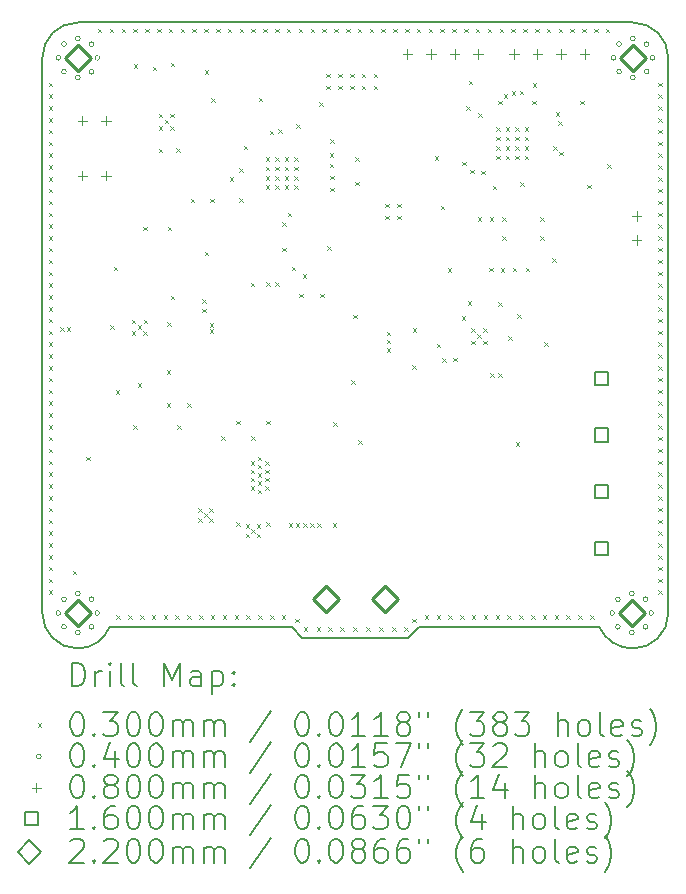
<source format=gbr>
%FSLAX45Y45*%
G04 Gerber Fmt 4.5, Leading zero omitted, Abs format (unit mm)*
G04 Created by KiCad (PCBNEW (6.0.0)) date 2022-01-13 21:59:05*
%MOMM*%
%LPD*%
G01*
G04 APERTURE LIST*
%TA.AperFunction,Profile*%
%ADD10C,0.200000*%
%TD*%
%ADD11C,0.200000*%
%ADD12C,0.030000*%
%ADD13C,0.040000*%
%ADD14C,0.080000*%
%ADD15C,0.160000*%
%ADD16C,0.220000*%
G04 APERTURE END LIST*
D10*
X15597500Y-11972500D02*
X14067500Y-11972500D01*
X11180000Y-6850000D02*
G75*
G03*
X10880000Y-7150000I0J-300000D01*
G01*
X13080000Y-12060000D02*
X13980000Y-12060000D01*
X16180000Y-11850000D02*
X16180000Y-7150000D01*
X10880000Y-7150000D02*
X10880000Y-11850000D01*
X15597500Y-11972500D02*
G75*
G03*
X15880000Y-12150000I282494J136047D01*
G01*
X10880000Y-11850000D02*
G75*
G03*
X11180000Y-12150000I300000J0D01*
G01*
X12992500Y-11972500D02*
X13080000Y-12060000D01*
X11180000Y-6850000D02*
X15880000Y-6850000D01*
X11180000Y-12150000D02*
G75*
G03*
X11447500Y-11972500I2699J286250D01*
G01*
X12992500Y-11972500D02*
X11447500Y-11972500D01*
X16180000Y-7150000D02*
G75*
G03*
X15880000Y-6850000I-300000J0D01*
G01*
X14067500Y-11972500D02*
X13980000Y-12060000D01*
X15880000Y-12150000D02*
G75*
G03*
X16180000Y-11850000I0J300000D01*
G01*
D11*
D12*
X10936000Y-7359000D02*
X10966000Y-7389000D01*
X10966000Y-7359000D02*
X10936000Y-7389000D01*
X10936000Y-7459000D02*
X10966000Y-7489000D01*
X10966000Y-7459000D02*
X10936000Y-7489000D01*
X10936000Y-7559000D02*
X10966000Y-7589000D01*
X10966000Y-7559000D02*
X10936000Y-7589000D01*
X10936000Y-7659000D02*
X10966000Y-7689000D01*
X10966000Y-7659000D02*
X10936000Y-7689000D01*
X10936000Y-7759000D02*
X10966000Y-7789000D01*
X10966000Y-7759000D02*
X10936000Y-7789000D01*
X10936000Y-7859000D02*
X10966000Y-7889000D01*
X10966000Y-7859000D02*
X10936000Y-7889000D01*
X10936000Y-7959000D02*
X10966000Y-7989000D01*
X10966000Y-7959000D02*
X10936000Y-7989000D01*
X10936000Y-8059000D02*
X10966000Y-8089000D01*
X10966000Y-8059000D02*
X10936000Y-8089000D01*
X10936000Y-8159000D02*
X10966000Y-8189000D01*
X10966000Y-8159000D02*
X10936000Y-8189000D01*
X10936000Y-8259000D02*
X10966000Y-8289000D01*
X10966000Y-8259000D02*
X10936000Y-8289000D01*
X10936000Y-8359000D02*
X10966000Y-8389000D01*
X10966000Y-8359000D02*
X10936000Y-8389000D01*
X10936000Y-8459000D02*
X10966000Y-8489000D01*
X10966000Y-8459000D02*
X10936000Y-8489000D01*
X10936000Y-8559000D02*
X10966000Y-8589000D01*
X10966000Y-8559000D02*
X10936000Y-8589000D01*
X10936000Y-8659000D02*
X10966000Y-8689000D01*
X10966000Y-8659000D02*
X10936000Y-8689000D01*
X10936000Y-8759000D02*
X10966000Y-8789000D01*
X10966000Y-8759000D02*
X10936000Y-8789000D01*
X10936000Y-8859000D02*
X10966000Y-8889000D01*
X10966000Y-8859000D02*
X10936000Y-8889000D01*
X10936000Y-8959000D02*
X10966000Y-8989000D01*
X10966000Y-8959000D02*
X10936000Y-8989000D01*
X10936000Y-9059000D02*
X10966000Y-9089000D01*
X10966000Y-9059000D02*
X10936000Y-9089000D01*
X10936000Y-9159000D02*
X10966000Y-9189000D01*
X10966000Y-9159000D02*
X10936000Y-9189000D01*
X10936000Y-9259000D02*
X10966000Y-9289000D01*
X10966000Y-9259000D02*
X10936000Y-9289000D01*
X10936000Y-9359000D02*
X10966000Y-9389000D01*
X10966000Y-9359000D02*
X10936000Y-9389000D01*
X10936000Y-9459000D02*
X10966000Y-9489000D01*
X10966000Y-9459000D02*
X10936000Y-9489000D01*
X10936000Y-9559000D02*
X10966000Y-9589000D01*
X10966000Y-9559000D02*
X10936000Y-9589000D01*
X10936000Y-9659000D02*
X10966000Y-9689000D01*
X10966000Y-9659000D02*
X10936000Y-9689000D01*
X10936000Y-9759000D02*
X10966000Y-9789000D01*
X10966000Y-9759000D02*
X10936000Y-9789000D01*
X10936000Y-9859000D02*
X10966000Y-9889000D01*
X10966000Y-9859000D02*
X10936000Y-9889000D01*
X10936000Y-9959000D02*
X10966000Y-9989000D01*
X10966000Y-9959000D02*
X10936000Y-9989000D01*
X10936000Y-10059000D02*
X10966000Y-10089000D01*
X10966000Y-10059000D02*
X10936000Y-10089000D01*
X10936000Y-10159000D02*
X10966000Y-10189000D01*
X10966000Y-10159000D02*
X10936000Y-10189000D01*
X10936000Y-10259000D02*
X10966000Y-10289000D01*
X10966000Y-10259000D02*
X10936000Y-10289000D01*
X10936000Y-10359000D02*
X10966000Y-10389000D01*
X10966000Y-10359000D02*
X10936000Y-10389000D01*
X10936000Y-10459000D02*
X10966000Y-10489000D01*
X10966000Y-10459000D02*
X10936000Y-10489000D01*
X10936000Y-10559000D02*
X10966000Y-10589000D01*
X10966000Y-10559000D02*
X10936000Y-10589000D01*
X10936000Y-10659000D02*
X10966000Y-10689000D01*
X10966000Y-10659000D02*
X10936000Y-10689000D01*
X10936000Y-10759000D02*
X10966000Y-10789000D01*
X10966000Y-10759000D02*
X10936000Y-10789000D01*
X10936000Y-10859000D02*
X10966000Y-10889000D01*
X10966000Y-10859000D02*
X10936000Y-10889000D01*
X10936000Y-10959000D02*
X10966000Y-10989000D01*
X10966000Y-10959000D02*
X10936000Y-10989000D01*
X10936000Y-11059000D02*
X10966000Y-11089000D01*
X10966000Y-11059000D02*
X10936000Y-11089000D01*
X10936000Y-11159000D02*
X10966000Y-11189000D01*
X10966000Y-11159000D02*
X10936000Y-11189000D01*
X10936000Y-11259000D02*
X10966000Y-11289000D01*
X10966000Y-11259000D02*
X10936000Y-11289000D01*
X10936000Y-11359000D02*
X10966000Y-11389000D01*
X10966000Y-11359000D02*
X10936000Y-11389000D01*
X10936000Y-11459000D02*
X10966000Y-11489000D01*
X10966000Y-11459000D02*
X10936000Y-11489000D01*
X10936000Y-11559000D02*
X10966000Y-11589000D01*
X10966000Y-11559000D02*
X10936000Y-11589000D01*
X10936000Y-11659000D02*
X10966000Y-11689000D01*
X10966000Y-11659000D02*
X10936000Y-11689000D01*
X11031244Y-9431074D02*
X11061244Y-9461074D01*
X11061244Y-9431074D02*
X11031244Y-9461074D01*
X11087244Y-9431074D02*
X11117244Y-9461074D01*
X11117244Y-9431074D02*
X11087244Y-9461074D01*
X11137000Y-11493000D02*
X11167000Y-11523000D01*
X11167000Y-11493000D02*
X11137000Y-11523000D01*
X11252000Y-10527000D02*
X11282000Y-10557000D01*
X11282000Y-10527000D02*
X11252000Y-10557000D01*
X11351000Y-6904000D02*
X11381000Y-6934000D01*
X11381000Y-6904000D02*
X11351000Y-6934000D01*
X11451000Y-6904000D02*
X11481000Y-6934000D01*
X11481000Y-6904000D02*
X11451000Y-6934000D01*
X11454000Y-9412000D02*
X11484000Y-9442000D01*
X11484000Y-9412000D02*
X11454000Y-9442000D01*
X11485000Y-8918000D02*
X11515000Y-8948000D01*
X11515000Y-8918000D02*
X11485000Y-8948000D01*
X11503000Y-9962000D02*
X11533000Y-9992000D01*
X11533000Y-9962000D02*
X11503000Y-9992000D01*
X11507500Y-11870000D02*
X11537500Y-11900000D01*
X11537500Y-11870000D02*
X11507500Y-11900000D01*
X11551000Y-6904000D02*
X11581000Y-6934000D01*
X11581000Y-6904000D02*
X11551000Y-6934000D01*
X11607500Y-11870000D02*
X11637500Y-11900000D01*
X11637500Y-11870000D02*
X11607500Y-11900000D01*
X11638244Y-9365074D02*
X11668244Y-9395074D01*
X11668244Y-9365074D02*
X11638244Y-9395074D01*
X11638244Y-9462074D02*
X11668244Y-9492074D01*
X11668244Y-9462074D02*
X11638244Y-9492074D01*
X11650000Y-10259000D02*
X11680000Y-10289000D01*
X11680000Y-10259000D02*
X11650000Y-10289000D01*
X11651000Y-6904000D02*
X11681000Y-6934000D01*
X11681000Y-6904000D02*
X11651000Y-6934000D01*
X11655000Y-7204000D02*
X11685000Y-7234000D01*
X11685000Y-7204000D02*
X11655000Y-7234000D01*
X11685926Y-9904074D02*
X11715926Y-9934074D01*
X11715926Y-9904074D02*
X11685926Y-9934074D01*
X11687500Y-9412500D02*
X11717500Y-9442500D01*
X11717500Y-9412500D02*
X11687500Y-9442500D01*
X11707500Y-11870000D02*
X11737500Y-11900000D01*
X11737500Y-11870000D02*
X11707500Y-11900000D01*
X11732500Y-8580000D02*
X11762500Y-8610000D01*
X11762500Y-8580000D02*
X11732500Y-8610000D01*
X11736244Y-9462074D02*
X11766244Y-9492074D01*
X11766244Y-9462074D02*
X11736244Y-9492074D01*
X11737244Y-9365074D02*
X11767244Y-9395074D01*
X11767244Y-9365074D02*
X11737244Y-9395074D01*
X11751000Y-6904000D02*
X11781000Y-6934000D01*
X11781000Y-6904000D02*
X11751000Y-6934000D01*
X11807500Y-11870000D02*
X11837500Y-11900000D01*
X11837500Y-11870000D02*
X11807500Y-11900000D01*
X11815000Y-7225000D02*
X11845000Y-7255000D01*
X11845000Y-7225000D02*
X11815000Y-7255000D01*
X11851000Y-6904000D02*
X11881000Y-6934000D01*
X11881000Y-6904000D02*
X11851000Y-6934000D01*
X11865000Y-7622000D02*
X11895000Y-7652000D01*
X11895000Y-7622000D02*
X11865000Y-7652000D01*
X11865000Y-7727000D02*
X11895000Y-7757000D01*
X11895000Y-7727000D02*
X11865000Y-7757000D01*
X11865000Y-7920000D02*
X11895000Y-7950000D01*
X11895000Y-7920000D02*
X11865000Y-7950000D01*
X11907500Y-11870000D02*
X11937500Y-11900000D01*
X11937500Y-11870000D02*
X11907500Y-11900000D01*
X11915000Y-7675000D02*
X11945000Y-7705000D01*
X11945000Y-7675000D02*
X11915000Y-7705000D01*
X11935000Y-9795000D02*
X11965000Y-9825000D01*
X11965000Y-9795000D02*
X11935000Y-9825000D01*
X11935000Y-10075000D02*
X11965000Y-10105000D01*
X11965000Y-10075000D02*
X11935000Y-10105000D01*
X11937500Y-9387500D02*
X11967500Y-9417500D01*
X11967500Y-9387500D02*
X11937500Y-9417500D01*
X11942000Y-8578000D02*
X11972000Y-8608000D01*
X11972000Y-8578000D02*
X11942000Y-8608000D01*
X11951000Y-6904000D02*
X11981000Y-6934000D01*
X11981000Y-6904000D02*
X11951000Y-6934000D01*
X11965000Y-7622000D02*
X11995000Y-7652000D01*
X11995000Y-7622000D02*
X11965000Y-7652000D01*
X11965000Y-7727000D02*
X11995000Y-7757000D01*
X11995000Y-7727000D02*
X11965000Y-7757000D01*
X11968000Y-7189000D02*
X11998000Y-7219000D01*
X11998000Y-7189000D02*
X11968000Y-7219000D01*
X11969000Y-9164000D02*
X11999000Y-9194000D01*
X11999000Y-9164000D02*
X11969000Y-9194000D01*
X12007500Y-11870000D02*
X12037500Y-11900000D01*
X12037500Y-11870000D02*
X12007500Y-11900000D01*
X12015000Y-7915000D02*
X12045000Y-7945000D01*
X12045000Y-7915000D02*
X12015000Y-7945000D01*
X12020000Y-10258000D02*
X12050000Y-10288000D01*
X12050000Y-10258000D02*
X12020000Y-10288000D01*
X12051000Y-6904000D02*
X12081000Y-6934000D01*
X12081000Y-6904000D02*
X12051000Y-6934000D01*
X12105000Y-10075000D02*
X12135000Y-10105000D01*
X12135000Y-10075000D02*
X12105000Y-10105000D01*
X12107500Y-11870000D02*
X12137500Y-11900000D01*
X12137500Y-11870000D02*
X12107500Y-11900000D01*
X12137000Y-8341000D02*
X12167000Y-8371000D01*
X12167000Y-8341000D02*
X12137000Y-8371000D01*
X12151000Y-6904000D02*
X12181000Y-6934000D01*
X12181000Y-6904000D02*
X12151000Y-6934000D01*
X12202000Y-10964000D02*
X12232000Y-10994000D01*
X12232000Y-10964000D02*
X12202000Y-10994000D01*
X12202000Y-11046000D02*
X12232000Y-11076000D01*
X12232000Y-11046000D02*
X12202000Y-11076000D01*
X12207500Y-11870000D02*
X12237500Y-11900000D01*
X12237500Y-11870000D02*
X12207500Y-11900000D01*
X12235000Y-9195000D02*
X12265000Y-9225000D01*
X12265000Y-9195000D02*
X12235000Y-9225000D01*
X12235000Y-9275000D02*
X12265000Y-9305000D01*
X12265000Y-9275000D02*
X12235000Y-9305000D01*
X12250000Y-11005000D02*
X12280000Y-11035000D01*
X12280000Y-11005000D02*
X12250000Y-11035000D01*
X12251000Y-6904000D02*
X12281000Y-6934000D01*
X12281000Y-6904000D02*
X12251000Y-6934000D01*
X12255000Y-7255000D02*
X12285000Y-7285000D01*
X12285000Y-7255000D02*
X12255000Y-7285000D01*
X12256000Y-8791000D02*
X12286000Y-8821000D01*
X12286000Y-8791000D02*
X12256000Y-8821000D01*
X12295000Y-10964000D02*
X12325000Y-10994000D01*
X12325000Y-10964000D02*
X12295000Y-10994000D01*
X12295000Y-11046000D02*
X12325000Y-11076000D01*
X12325000Y-11046000D02*
X12295000Y-11076000D01*
X12297142Y-9396500D02*
X12327142Y-9426500D01*
X12327142Y-9396500D02*
X12297142Y-9426500D01*
X12297142Y-9449000D02*
X12327142Y-9479000D01*
X12327142Y-9449000D02*
X12297142Y-9479000D01*
X12302000Y-8342000D02*
X12332000Y-8372000D01*
X12332000Y-8342000D02*
X12302000Y-8372000D01*
X12307500Y-11870000D02*
X12337500Y-11900000D01*
X12337500Y-11870000D02*
X12307500Y-11900000D01*
X12312000Y-7491000D02*
X12342000Y-7521000D01*
X12342000Y-7491000D02*
X12312000Y-7521000D01*
X12351000Y-6904000D02*
X12381000Y-6934000D01*
X12381000Y-6904000D02*
X12351000Y-6934000D01*
X12395000Y-10352500D02*
X12425000Y-10382500D01*
X12425000Y-10352500D02*
X12395000Y-10382500D01*
X12407500Y-11870000D02*
X12437500Y-11900000D01*
X12437500Y-11870000D02*
X12407500Y-11900000D01*
X12451000Y-6904000D02*
X12481000Y-6934000D01*
X12481000Y-6904000D02*
X12451000Y-6934000D01*
X12465000Y-8162000D02*
X12495000Y-8192000D01*
X12495000Y-8162000D02*
X12465000Y-8192000D01*
X12507500Y-11870000D02*
X12537500Y-11900000D01*
X12537500Y-11870000D02*
X12507500Y-11900000D01*
X12520000Y-11082000D02*
X12550000Y-11112000D01*
X12550000Y-11082000D02*
X12520000Y-11112000D01*
X12521000Y-10223000D02*
X12551000Y-10253000D01*
X12551000Y-10223000D02*
X12521000Y-10253000D01*
X12546000Y-8337000D02*
X12576000Y-8367000D01*
X12576000Y-8337000D02*
X12546000Y-8367000D01*
X12549000Y-8086000D02*
X12579000Y-8116000D01*
X12579000Y-8086000D02*
X12549000Y-8116000D01*
X12551000Y-6904000D02*
X12581000Y-6934000D01*
X12581000Y-6904000D02*
X12551000Y-6934000D01*
X12585000Y-7895000D02*
X12615000Y-7925000D01*
X12615000Y-7895000D02*
X12585000Y-7925000D01*
X12601000Y-11098000D02*
X12631000Y-11128000D01*
X12631000Y-11098000D02*
X12601000Y-11128000D01*
X12601000Y-11180000D02*
X12631000Y-11210000D01*
X12631000Y-11180000D02*
X12601000Y-11210000D01*
X12607500Y-11870000D02*
X12637500Y-11900000D01*
X12637500Y-11870000D02*
X12607500Y-11900000D01*
X12645000Y-10565000D02*
X12675000Y-10595000D01*
X12675000Y-10565000D02*
X12645000Y-10595000D01*
X12645000Y-10635000D02*
X12675000Y-10665000D01*
X12675000Y-10635000D02*
X12645000Y-10665000D01*
X12645000Y-10705000D02*
X12675000Y-10735000D01*
X12675000Y-10705000D02*
X12645000Y-10735000D01*
X12645000Y-10775000D02*
X12675000Y-10805000D01*
X12675000Y-10775000D02*
X12645000Y-10805000D01*
X12646000Y-9052000D02*
X12676000Y-9082000D01*
X12676000Y-9052000D02*
X12646000Y-9082000D01*
X12647500Y-10352500D02*
X12677500Y-10382500D01*
X12677500Y-10352500D02*
X12647500Y-10382500D01*
X12649000Y-11139000D02*
X12679000Y-11169000D01*
X12679000Y-11139000D02*
X12649000Y-11169000D01*
X12651000Y-6904000D02*
X12681000Y-6934000D01*
X12681000Y-6904000D02*
X12651000Y-6934000D01*
X12694000Y-11098000D02*
X12724000Y-11128000D01*
X12724000Y-11098000D02*
X12694000Y-11128000D01*
X12694000Y-11180000D02*
X12724000Y-11210000D01*
X12724000Y-11180000D02*
X12694000Y-11210000D01*
X12705000Y-10525000D02*
X12735000Y-10555000D01*
X12735000Y-10525000D02*
X12705000Y-10555000D01*
X12705000Y-10595000D02*
X12735000Y-10625000D01*
X12735000Y-10595000D02*
X12705000Y-10625000D01*
X12705000Y-10665000D02*
X12735000Y-10695000D01*
X12735000Y-10665000D02*
X12705000Y-10695000D01*
X12705000Y-10735000D02*
X12735000Y-10765000D01*
X12735000Y-10735000D02*
X12705000Y-10765000D01*
X12705000Y-10805000D02*
X12735000Y-10835000D01*
X12735000Y-10805000D02*
X12705000Y-10835000D01*
X12707500Y-11870000D02*
X12737500Y-11900000D01*
X12737500Y-11870000D02*
X12707500Y-11900000D01*
X12713000Y-7487000D02*
X12743000Y-7517000D01*
X12743000Y-7487000D02*
X12713000Y-7517000D01*
X12751000Y-6904000D02*
X12781000Y-6934000D01*
X12781000Y-6904000D02*
X12751000Y-6934000D01*
X12765000Y-10565000D02*
X12795000Y-10595000D01*
X12795000Y-10565000D02*
X12765000Y-10595000D01*
X12765000Y-10635000D02*
X12795000Y-10665000D01*
X12795000Y-10635000D02*
X12765000Y-10665000D01*
X12765000Y-10705000D02*
X12795000Y-10735000D01*
X12795000Y-10705000D02*
X12765000Y-10735000D01*
X12765000Y-10775000D02*
X12795000Y-10805000D01*
X12795000Y-10775000D02*
X12765000Y-10805000D01*
X12772750Y-7989750D02*
X12802750Y-8019750D01*
X12802750Y-7989750D02*
X12772750Y-8019750D01*
X12772750Y-8069750D02*
X12802750Y-8099750D01*
X12802750Y-8069750D02*
X12772750Y-8099750D01*
X12772750Y-8149750D02*
X12802750Y-8179750D01*
X12802750Y-8149750D02*
X12772750Y-8179750D01*
X12772750Y-8229750D02*
X12802750Y-8259750D01*
X12802750Y-8229750D02*
X12772750Y-8259750D01*
X12775000Y-9051000D02*
X12805000Y-9081000D01*
X12805000Y-9051000D02*
X12775000Y-9081000D01*
X12775000Y-11081000D02*
X12805000Y-11111000D01*
X12805000Y-11081000D02*
X12775000Y-11111000D01*
X12776000Y-10222000D02*
X12806000Y-10252000D01*
X12806000Y-10222000D02*
X12776000Y-10252000D01*
X12805000Y-7767000D02*
X12835000Y-7797000D01*
X12835000Y-7767000D02*
X12805000Y-7797000D01*
X12807500Y-11870000D02*
X12837500Y-11900000D01*
X12837500Y-11870000D02*
X12807500Y-11900000D01*
X12851000Y-6904000D02*
X12881000Y-6934000D01*
X12881000Y-6904000D02*
X12851000Y-6934000D01*
X12852750Y-7989750D02*
X12882750Y-8019750D01*
X12882750Y-7989750D02*
X12852750Y-8019750D01*
X12852750Y-8069750D02*
X12882750Y-8099750D01*
X12882750Y-8069750D02*
X12852750Y-8099750D01*
X12852750Y-8149750D02*
X12882750Y-8179750D01*
X12882750Y-8149750D02*
X12852750Y-8179750D01*
X12852750Y-8229750D02*
X12882750Y-8259750D01*
X12882750Y-8229750D02*
X12852750Y-8259750D01*
X12854000Y-9049000D02*
X12884000Y-9079000D01*
X12884000Y-9049000D02*
X12854000Y-9079000D01*
X12877000Y-7756000D02*
X12907000Y-7786000D01*
X12907000Y-7756000D02*
X12877000Y-7786000D01*
X12907500Y-11870000D02*
X12937500Y-11900000D01*
X12937500Y-11870000D02*
X12907500Y-11900000D01*
X12909750Y-8758000D02*
X12939750Y-8788000D01*
X12939750Y-8758000D02*
X12909750Y-8788000D01*
X12911000Y-8539000D02*
X12941000Y-8569000D01*
X12941000Y-8539000D02*
X12911000Y-8569000D01*
X12932750Y-7989750D02*
X12962750Y-8019750D01*
X12962750Y-7989750D02*
X12932750Y-8019750D01*
X12932750Y-8069750D02*
X12962750Y-8099750D01*
X12962750Y-8069750D02*
X12932750Y-8099750D01*
X12932750Y-8149750D02*
X12962750Y-8179750D01*
X12962750Y-8149750D02*
X12932750Y-8179750D01*
X12932750Y-8229750D02*
X12962750Y-8259750D01*
X12962750Y-8229750D02*
X12932750Y-8259750D01*
X12951000Y-6904000D02*
X12981000Y-6934000D01*
X12981000Y-6904000D02*
X12951000Y-6934000D01*
X12959000Y-8462000D02*
X12989000Y-8492000D01*
X12989000Y-8462000D02*
X12959000Y-8492000D01*
X12967000Y-11091000D02*
X12997000Y-11121000D01*
X12997000Y-11091000D02*
X12967000Y-11121000D01*
X12991000Y-8917000D02*
X13021000Y-8947000D01*
X13021000Y-8917000D02*
X12991000Y-8947000D01*
X13012750Y-7989750D02*
X13042750Y-8019750D01*
X13042750Y-7989750D02*
X13012750Y-8019750D01*
X13012750Y-8069750D02*
X13042750Y-8099750D01*
X13042750Y-8069750D02*
X13012750Y-8099750D01*
X13012750Y-8149750D02*
X13042750Y-8179750D01*
X13042750Y-8149750D02*
X13012750Y-8179750D01*
X13012750Y-8229750D02*
X13042750Y-8259750D01*
X13042750Y-8229750D02*
X13012750Y-8259750D01*
X13022000Y-11899000D02*
X13052000Y-11929000D01*
X13052000Y-11899000D02*
X13022000Y-11929000D01*
X13027000Y-11091000D02*
X13057000Y-11121000D01*
X13057000Y-11091000D02*
X13027000Y-11121000D01*
X13028000Y-7711000D02*
X13058000Y-7741000D01*
X13058000Y-7711000D02*
X13028000Y-7741000D01*
X13051000Y-6904000D02*
X13081000Y-6934000D01*
X13081000Y-6904000D02*
X13051000Y-6934000D01*
X13055000Y-9145000D02*
X13085000Y-9175000D01*
X13085000Y-9145000D02*
X13055000Y-9175000D01*
X13083000Y-8983000D02*
X13113000Y-9013000D01*
X13113000Y-8983000D02*
X13083000Y-9013000D01*
X13087000Y-11091000D02*
X13117000Y-11121000D01*
X13117000Y-11091000D02*
X13087000Y-11121000D01*
X13092000Y-11969000D02*
X13122000Y-11999000D01*
X13122000Y-11969000D02*
X13092000Y-11999000D01*
X13147000Y-11091000D02*
X13177000Y-11121000D01*
X13177000Y-11091000D02*
X13147000Y-11121000D01*
X13151000Y-6904000D02*
X13181000Y-6934000D01*
X13181000Y-6904000D02*
X13151000Y-6934000D01*
X13202000Y-11969000D02*
X13232000Y-11999000D01*
X13232000Y-11969000D02*
X13202000Y-11999000D01*
X13207000Y-11091000D02*
X13237000Y-11121000D01*
X13237000Y-11091000D02*
X13207000Y-11121000D01*
X13224000Y-7523750D02*
X13254000Y-7553750D01*
X13254000Y-7523750D02*
X13224000Y-7553750D01*
X13235000Y-9145000D02*
X13265000Y-9175000D01*
X13265000Y-9145000D02*
X13235000Y-9175000D01*
X13251000Y-6904000D02*
X13281000Y-6934000D01*
X13281000Y-6904000D02*
X13251000Y-6934000D01*
X13285000Y-7285000D02*
X13315000Y-7315000D01*
X13315000Y-7285000D02*
X13285000Y-7315000D01*
X13285000Y-7385000D02*
X13315000Y-7415000D01*
X13315000Y-7385000D02*
X13285000Y-7415000D01*
X13292500Y-8745000D02*
X13322500Y-8775000D01*
X13322500Y-8745000D02*
X13292500Y-8775000D01*
X13302000Y-11969000D02*
X13332000Y-11999000D01*
X13332000Y-11969000D02*
X13302000Y-11999000D01*
X13314000Y-7957000D02*
X13344000Y-7987000D01*
X13344000Y-7957000D02*
X13314000Y-7987000D01*
X13315000Y-8046000D02*
X13345000Y-8076000D01*
X13345000Y-8046000D02*
X13315000Y-8076000D01*
X13316000Y-7839000D02*
X13346000Y-7869000D01*
X13346000Y-7839000D02*
X13316000Y-7869000D01*
X13316000Y-8146000D02*
X13346000Y-8176000D01*
X13346000Y-8146000D02*
X13316000Y-8176000D01*
X13318000Y-8249000D02*
X13348000Y-8279000D01*
X13348000Y-8249000D02*
X13318000Y-8279000D01*
X13340500Y-11090000D02*
X13370500Y-11120000D01*
X13370500Y-11090000D02*
X13340500Y-11120000D01*
X13342000Y-10236000D02*
X13372000Y-10266000D01*
X13372000Y-10236000D02*
X13342000Y-10266000D01*
X13351000Y-6904000D02*
X13381000Y-6934000D01*
X13381000Y-6904000D02*
X13351000Y-6934000D01*
X13385000Y-7285000D02*
X13415000Y-7315000D01*
X13415000Y-7285000D02*
X13385000Y-7315000D01*
X13385000Y-7385000D02*
X13415000Y-7415000D01*
X13415000Y-7385000D02*
X13385000Y-7415000D01*
X13402000Y-11969000D02*
X13432000Y-11999000D01*
X13432000Y-11969000D02*
X13402000Y-11999000D01*
X13451000Y-6904000D02*
X13481000Y-6934000D01*
X13481000Y-6904000D02*
X13451000Y-6934000D01*
X13485000Y-7285000D02*
X13515000Y-7315000D01*
X13515000Y-7285000D02*
X13485000Y-7315000D01*
X13485000Y-7385000D02*
X13515000Y-7415000D01*
X13515000Y-7385000D02*
X13485000Y-7415000D01*
X13494000Y-9878000D02*
X13524000Y-9908000D01*
X13524000Y-9878000D02*
X13494000Y-9908000D01*
X13512000Y-11969000D02*
X13542000Y-11999000D01*
X13542000Y-11969000D02*
X13512000Y-11999000D01*
X13514000Y-9323000D02*
X13544000Y-9353000D01*
X13544000Y-9323000D02*
X13514000Y-9353000D01*
X13527000Y-7990000D02*
X13557000Y-8020000D01*
X13557000Y-7990000D02*
X13527000Y-8020000D01*
X13530000Y-8198000D02*
X13560000Y-8228000D01*
X13560000Y-8198000D02*
X13530000Y-8228000D01*
X13551000Y-6904000D02*
X13581000Y-6934000D01*
X13581000Y-6904000D02*
X13551000Y-6934000D01*
X13556000Y-10388000D02*
X13586000Y-10418000D01*
X13586000Y-10388000D02*
X13556000Y-10418000D01*
X13585000Y-7285000D02*
X13615000Y-7315000D01*
X13615000Y-7285000D02*
X13585000Y-7315000D01*
X13585000Y-7385000D02*
X13615000Y-7415000D01*
X13615000Y-7385000D02*
X13585000Y-7415000D01*
X13622000Y-11969000D02*
X13652000Y-11999000D01*
X13652000Y-11969000D02*
X13622000Y-11999000D01*
X13651000Y-6904000D02*
X13681000Y-6934000D01*
X13681000Y-6904000D02*
X13651000Y-6934000D01*
X13685000Y-7285000D02*
X13715000Y-7315000D01*
X13715000Y-7285000D02*
X13685000Y-7315000D01*
X13685000Y-7385000D02*
X13715000Y-7415000D01*
X13715000Y-7385000D02*
X13685000Y-7415000D01*
X13732000Y-11969000D02*
X13762000Y-11999000D01*
X13762000Y-11969000D02*
X13732000Y-11999000D01*
X13751000Y-6904000D02*
X13781000Y-6934000D01*
X13781000Y-6904000D02*
X13751000Y-6934000D01*
X13785000Y-8385000D02*
X13815000Y-8415000D01*
X13815000Y-8385000D02*
X13785000Y-8415000D01*
X13785000Y-8485000D02*
X13815000Y-8515000D01*
X13815000Y-8485000D02*
X13785000Y-8515000D01*
X13794500Y-9467375D02*
X13824500Y-9497375D01*
X13824500Y-9467375D02*
X13794500Y-9497375D01*
X13794500Y-9538000D02*
X13824500Y-9568000D01*
X13824500Y-9538000D02*
X13794500Y-9568000D01*
X13794500Y-9608625D02*
X13824500Y-9638625D01*
X13824500Y-9608625D02*
X13794500Y-9638625D01*
X13842000Y-11969000D02*
X13872000Y-11999000D01*
X13872000Y-11969000D02*
X13842000Y-11999000D01*
X13851000Y-6904000D02*
X13881000Y-6934000D01*
X13881000Y-6904000D02*
X13851000Y-6934000D01*
X13885000Y-8385000D02*
X13915000Y-8415000D01*
X13915000Y-8385000D02*
X13885000Y-8415000D01*
X13885000Y-8485000D02*
X13915000Y-8515000D01*
X13915000Y-8485000D02*
X13885000Y-8515000D01*
X13942000Y-11969000D02*
X13972000Y-11999000D01*
X13972000Y-11969000D02*
X13942000Y-11999000D01*
X13951000Y-6904000D02*
X13981000Y-6934000D01*
X13981000Y-6904000D02*
X13951000Y-6934000D01*
X14012000Y-11899000D02*
X14042000Y-11929000D01*
X14042000Y-11899000D02*
X14012000Y-11929000D01*
X14013000Y-9750000D02*
X14043000Y-9780000D01*
X14043000Y-9750000D02*
X14013000Y-9780000D01*
X14015500Y-9440000D02*
X14045500Y-9470000D01*
X14045500Y-9440000D02*
X14015500Y-9470000D01*
X14051000Y-6904000D02*
X14081000Y-6934000D01*
X14081000Y-6904000D02*
X14051000Y-6934000D01*
X14117500Y-11870000D02*
X14147500Y-11900000D01*
X14147500Y-11870000D02*
X14117500Y-11900000D01*
X14151000Y-6904000D02*
X14181000Y-6934000D01*
X14181000Y-6904000D02*
X14151000Y-6934000D01*
X14203000Y-7984000D02*
X14233000Y-8014000D01*
X14233000Y-7984000D02*
X14203000Y-8014000D01*
X14217500Y-11870000D02*
X14247500Y-11900000D01*
X14247500Y-11870000D02*
X14217500Y-11900000D01*
X14221000Y-9569000D02*
X14251000Y-9599000D01*
X14251000Y-9569000D02*
X14221000Y-9599000D01*
X14251000Y-6904000D02*
X14281000Y-6934000D01*
X14281000Y-6904000D02*
X14251000Y-6934000D01*
X14253000Y-8400000D02*
X14283000Y-8430000D01*
X14283000Y-8400000D02*
X14253000Y-8430000D01*
X14267500Y-9692500D02*
X14297500Y-9722500D01*
X14297500Y-9692500D02*
X14267500Y-9722500D01*
X14311500Y-8929000D02*
X14341500Y-8959000D01*
X14341500Y-8929000D02*
X14311500Y-8959000D01*
X14317500Y-11870000D02*
X14347500Y-11900000D01*
X14347500Y-11870000D02*
X14317500Y-11900000D01*
X14351000Y-6904000D02*
X14381000Y-6934000D01*
X14381000Y-6904000D02*
X14351000Y-6934000D01*
X14357500Y-9690000D02*
X14387500Y-9720000D01*
X14387500Y-9690000D02*
X14357500Y-9720000D01*
X14417500Y-11870000D02*
X14447500Y-11900000D01*
X14447500Y-11870000D02*
X14417500Y-11900000D01*
X14431500Y-9339000D02*
X14461500Y-9369000D01*
X14461500Y-9339000D02*
X14431500Y-9369000D01*
X14434000Y-8029000D02*
X14464000Y-8059000D01*
X14464000Y-8029000D02*
X14434000Y-8059000D01*
X14451000Y-6904000D02*
X14481000Y-6934000D01*
X14481000Y-6904000D02*
X14451000Y-6934000D01*
X14469000Y-7561000D02*
X14499000Y-7591000D01*
X14499000Y-7561000D02*
X14469000Y-7591000D01*
X14482500Y-9212000D02*
X14512500Y-9242000D01*
X14512500Y-9212000D02*
X14482500Y-9242000D01*
X14489000Y-7342000D02*
X14519000Y-7372000D01*
X14519000Y-7342000D02*
X14489000Y-7372000D01*
X14504000Y-8097000D02*
X14534000Y-8127000D01*
X14534000Y-8097000D02*
X14504000Y-8127000D01*
X14512500Y-9438000D02*
X14542500Y-9468000D01*
X14542500Y-9438000D02*
X14512500Y-9468000D01*
X14512500Y-9543000D02*
X14542500Y-9573000D01*
X14542500Y-9543000D02*
X14512500Y-9573000D01*
X14517500Y-11870000D02*
X14547500Y-11900000D01*
X14547500Y-11870000D02*
X14517500Y-11900000D01*
X14551000Y-6904000D02*
X14581000Y-6934000D01*
X14581000Y-6904000D02*
X14551000Y-6934000D01*
X14562500Y-9491000D02*
X14592500Y-9521000D01*
X14592500Y-9491000D02*
X14562500Y-9521000D01*
X14566500Y-8500500D02*
X14596500Y-8530500D01*
X14596500Y-8500500D02*
X14566500Y-8530500D01*
X14571000Y-7618000D02*
X14601000Y-7648000D01*
X14601000Y-7618000D02*
X14571000Y-7648000D01*
X14596750Y-8104000D02*
X14626750Y-8134000D01*
X14626750Y-8104000D02*
X14596750Y-8134000D01*
X14612500Y-9438000D02*
X14642500Y-9468000D01*
X14642500Y-9438000D02*
X14612500Y-9468000D01*
X14612500Y-9543000D02*
X14642500Y-9573000D01*
X14642500Y-9543000D02*
X14612500Y-9573000D01*
X14617500Y-11870000D02*
X14647500Y-11900000D01*
X14647500Y-11870000D02*
X14617500Y-11900000D01*
X14651000Y-6904000D02*
X14681000Y-6934000D01*
X14681000Y-6904000D02*
X14651000Y-6934000D01*
X14663000Y-8928000D02*
X14693000Y-8958000D01*
X14693000Y-8928000D02*
X14663000Y-8958000D01*
X14669500Y-8500500D02*
X14699500Y-8530500D01*
X14699500Y-8500500D02*
X14669500Y-8530500D01*
X14670000Y-9819000D02*
X14700000Y-9849000D01*
X14700000Y-9819000D02*
X14670000Y-9849000D01*
X14695000Y-8233000D02*
X14725000Y-8263000D01*
X14725000Y-8233000D02*
X14695000Y-8263000D01*
X14717500Y-11870000D02*
X14747500Y-11900000D01*
X14747500Y-11870000D02*
X14717500Y-11900000D01*
X14722500Y-7737500D02*
X14752500Y-7767500D01*
X14752500Y-7737500D02*
X14722500Y-7767500D01*
X14722500Y-7817500D02*
X14752500Y-7847500D01*
X14752500Y-7817500D02*
X14722500Y-7847500D01*
X14722500Y-7897500D02*
X14752500Y-7927500D01*
X14752500Y-7897500D02*
X14722500Y-7927500D01*
X14722500Y-7977500D02*
X14752500Y-8007500D01*
X14752500Y-7977500D02*
X14722500Y-8007500D01*
X14739000Y-9217000D02*
X14769000Y-9247000D01*
X14769000Y-9217000D02*
X14739000Y-9247000D01*
X14739000Y-9819000D02*
X14769000Y-9849000D01*
X14769000Y-9819000D02*
X14739000Y-9849000D01*
X14741000Y-7512000D02*
X14771000Y-7542000D01*
X14771000Y-7512000D02*
X14741000Y-7542000D01*
X14751000Y-6904000D02*
X14781000Y-6934000D01*
X14781000Y-6904000D02*
X14751000Y-6934000D01*
X14761500Y-8929000D02*
X14791500Y-8959000D01*
X14791500Y-8929000D02*
X14761500Y-8959000D01*
X14774500Y-8500500D02*
X14804500Y-8530500D01*
X14804500Y-8500500D02*
X14774500Y-8530500D01*
X14774500Y-8658500D02*
X14804500Y-8688500D01*
X14804500Y-8658500D02*
X14774500Y-8688500D01*
X14788000Y-7458000D02*
X14818000Y-7488000D01*
X14818000Y-7458000D02*
X14788000Y-7488000D01*
X14802500Y-7737500D02*
X14832500Y-7767500D01*
X14832500Y-7737500D02*
X14802500Y-7767500D01*
X14802500Y-7817500D02*
X14832500Y-7847500D01*
X14832500Y-7817500D02*
X14802500Y-7847500D01*
X14802500Y-7897500D02*
X14832500Y-7927500D01*
X14832500Y-7897500D02*
X14802500Y-7927500D01*
X14802500Y-7977500D02*
X14832500Y-8007500D01*
X14832500Y-7977500D02*
X14802500Y-8007500D01*
X14817500Y-11870000D02*
X14847500Y-11900000D01*
X14847500Y-11870000D02*
X14817500Y-11900000D01*
X14826000Y-9505000D02*
X14856000Y-9535000D01*
X14856000Y-9505000D02*
X14826000Y-9535000D01*
X14851000Y-6904000D02*
X14881000Y-6934000D01*
X14881000Y-6904000D02*
X14851000Y-6934000D01*
X14854000Y-7434000D02*
X14884000Y-7464000D01*
X14884000Y-7434000D02*
X14854000Y-7464000D01*
X14862000Y-8926000D02*
X14892000Y-8956000D01*
X14892000Y-8926000D02*
X14862000Y-8956000D01*
X14882500Y-7737500D02*
X14912500Y-7767500D01*
X14912500Y-7737500D02*
X14882500Y-7767500D01*
X14882500Y-7817500D02*
X14912500Y-7847500D01*
X14912500Y-7817500D02*
X14882500Y-7847500D01*
X14882500Y-7897500D02*
X14912500Y-7927500D01*
X14912500Y-7897500D02*
X14882500Y-7927500D01*
X14882500Y-7977500D02*
X14912500Y-8007500D01*
X14912500Y-7977500D02*
X14882500Y-8007500D01*
X14890000Y-10402000D02*
X14920000Y-10432000D01*
X14920000Y-10402000D02*
X14890000Y-10432000D01*
X14900000Y-9319000D02*
X14930000Y-9349000D01*
X14930000Y-9319000D02*
X14900000Y-9349000D01*
X14917500Y-11870000D02*
X14947500Y-11900000D01*
X14947500Y-11870000D02*
X14917500Y-11900000D01*
X14923000Y-7428000D02*
X14953000Y-7458000D01*
X14953000Y-7428000D02*
X14923000Y-7458000D01*
X14927500Y-8201500D02*
X14957500Y-8231500D01*
X14957500Y-8201500D02*
X14927500Y-8231500D01*
X14951000Y-6904000D02*
X14981000Y-6934000D01*
X14981000Y-6904000D02*
X14951000Y-6934000D01*
X14962500Y-7737500D02*
X14992500Y-7767500D01*
X14992500Y-7737500D02*
X14962500Y-7767500D01*
X14962500Y-7817500D02*
X14992500Y-7847500D01*
X14992500Y-7817500D02*
X14962500Y-7847500D01*
X14962500Y-7897500D02*
X14992500Y-7927500D01*
X14992500Y-7897500D02*
X14962500Y-7927500D01*
X14962500Y-7977500D02*
X14992500Y-8007500D01*
X14992500Y-7977500D02*
X14962500Y-8007500D01*
X14971000Y-8928000D02*
X15001000Y-8958000D01*
X15001000Y-8928000D02*
X14971000Y-8958000D01*
X15017500Y-11870000D02*
X15047500Y-11900000D01*
X15047500Y-11870000D02*
X15017500Y-11900000D01*
X15028000Y-7513000D02*
X15058000Y-7543000D01*
X15058000Y-7513000D02*
X15028000Y-7543000D01*
X15032000Y-7363000D02*
X15062000Y-7393000D01*
X15062000Y-7363000D02*
X15032000Y-7393000D01*
X15051000Y-6904000D02*
X15081000Y-6934000D01*
X15081000Y-6904000D02*
X15051000Y-6934000D01*
X15095500Y-8499500D02*
X15125500Y-8529500D01*
X15125500Y-8499500D02*
X15095500Y-8529500D01*
X15095500Y-8658500D02*
X15125500Y-8688500D01*
X15125500Y-8658500D02*
X15095500Y-8688500D01*
X15117500Y-11870000D02*
X15147500Y-11900000D01*
X15147500Y-11870000D02*
X15117500Y-11900000D01*
X15127500Y-9559000D02*
X15157500Y-9589000D01*
X15157500Y-9559000D02*
X15127500Y-9589000D01*
X15151000Y-6904000D02*
X15181000Y-6934000D01*
X15181000Y-6904000D02*
X15151000Y-6934000D01*
X15199000Y-8847000D02*
X15229000Y-8877000D01*
X15229000Y-8847000D02*
X15199000Y-8877000D01*
X15207000Y-7899000D02*
X15237000Y-7929000D01*
X15237000Y-7899000D02*
X15207000Y-7929000D01*
X15217500Y-11870000D02*
X15247500Y-11900000D01*
X15247500Y-11870000D02*
X15217500Y-11900000D01*
X15226000Y-7611000D02*
X15256000Y-7641000D01*
X15256000Y-7611000D02*
X15226000Y-7641000D01*
X15246000Y-7688000D02*
X15276000Y-7718000D01*
X15276000Y-7688000D02*
X15246000Y-7718000D01*
X15251000Y-6904000D02*
X15281000Y-6934000D01*
X15281000Y-6904000D02*
X15251000Y-6934000D01*
X15257000Y-7944000D02*
X15287000Y-7974000D01*
X15287000Y-7944000D02*
X15257000Y-7974000D01*
X15317500Y-11870000D02*
X15347500Y-11900000D01*
X15347500Y-11870000D02*
X15317500Y-11900000D01*
X15351000Y-6904000D02*
X15381000Y-6934000D01*
X15381000Y-6904000D02*
X15351000Y-6934000D01*
X15417500Y-11870000D02*
X15447500Y-11900000D01*
X15447500Y-11870000D02*
X15417500Y-11900000D01*
X15432500Y-7513500D02*
X15462500Y-7543500D01*
X15462500Y-7513500D02*
X15432500Y-7543500D01*
X15451000Y-6904000D02*
X15481000Y-6934000D01*
X15481000Y-6904000D02*
X15451000Y-6934000D01*
X15493000Y-8222000D02*
X15523000Y-8252000D01*
X15523000Y-8222000D02*
X15493000Y-8252000D01*
X15517500Y-11870000D02*
X15547500Y-11900000D01*
X15547500Y-11870000D02*
X15517500Y-11900000D01*
X15551000Y-6904000D02*
X15581000Y-6934000D01*
X15581000Y-6904000D02*
X15551000Y-6934000D01*
X15651000Y-6904000D02*
X15681000Y-6934000D01*
X15681000Y-6904000D02*
X15651000Y-6934000D01*
X15665000Y-8052000D02*
X15695000Y-8082000D01*
X15695000Y-8052000D02*
X15665000Y-8082000D01*
X16096000Y-7359000D02*
X16126000Y-7389000D01*
X16126000Y-7359000D02*
X16096000Y-7389000D01*
X16096000Y-7459000D02*
X16126000Y-7489000D01*
X16126000Y-7459000D02*
X16096000Y-7489000D01*
X16096000Y-7559000D02*
X16126000Y-7589000D01*
X16126000Y-7559000D02*
X16096000Y-7589000D01*
X16096000Y-7659000D02*
X16126000Y-7689000D01*
X16126000Y-7659000D02*
X16096000Y-7689000D01*
X16096000Y-7759000D02*
X16126000Y-7789000D01*
X16126000Y-7759000D02*
X16096000Y-7789000D01*
X16096000Y-7859000D02*
X16126000Y-7889000D01*
X16126000Y-7859000D02*
X16096000Y-7889000D01*
X16096000Y-7959000D02*
X16126000Y-7989000D01*
X16126000Y-7959000D02*
X16096000Y-7989000D01*
X16096000Y-8059000D02*
X16126000Y-8089000D01*
X16126000Y-8059000D02*
X16096000Y-8089000D01*
X16096000Y-8159000D02*
X16126000Y-8189000D01*
X16126000Y-8159000D02*
X16096000Y-8189000D01*
X16096000Y-8259000D02*
X16126000Y-8289000D01*
X16126000Y-8259000D02*
X16096000Y-8289000D01*
X16096000Y-8359000D02*
X16126000Y-8389000D01*
X16126000Y-8359000D02*
X16096000Y-8389000D01*
X16096000Y-8459000D02*
X16126000Y-8489000D01*
X16126000Y-8459000D02*
X16096000Y-8489000D01*
X16096000Y-8559000D02*
X16126000Y-8589000D01*
X16126000Y-8559000D02*
X16096000Y-8589000D01*
X16096000Y-8659000D02*
X16126000Y-8689000D01*
X16126000Y-8659000D02*
X16096000Y-8689000D01*
X16096000Y-8759000D02*
X16126000Y-8789000D01*
X16126000Y-8759000D02*
X16096000Y-8789000D01*
X16096000Y-8859000D02*
X16126000Y-8889000D01*
X16126000Y-8859000D02*
X16096000Y-8889000D01*
X16096000Y-8959000D02*
X16126000Y-8989000D01*
X16126000Y-8959000D02*
X16096000Y-8989000D01*
X16096000Y-9059000D02*
X16126000Y-9089000D01*
X16126000Y-9059000D02*
X16096000Y-9089000D01*
X16096000Y-9159000D02*
X16126000Y-9189000D01*
X16126000Y-9159000D02*
X16096000Y-9189000D01*
X16096000Y-9259000D02*
X16126000Y-9289000D01*
X16126000Y-9259000D02*
X16096000Y-9289000D01*
X16096000Y-9359000D02*
X16126000Y-9389000D01*
X16126000Y-9359000D02*
X16096000Y-9389000D01*
X16096000Y-9459000D02*
X16126000Y-9489000D01*
X16126000Y-9459000D02*
X16096000Y-9489000D01*
X16096000Y-9559000D02*
X16126000Y-9589000D01*
X16126000Y-9559000D02*
X16096000Y-9589000D01*
X16096000Y-9659000D02*
X16126000Y-9689000D01*
X16126000Y-9659000D02*
X16096000Y-9689000D01*
X16096000Y-9759000D02*
X16126000Y-9789000D01*
X16126000Y-9759000D02*
X16096000Y-9789000D01*
X16096000Y-9859000D02*
X16126000Y-9889000D01*
X16126000Y-9859000D02*
X16096000Y-9889000D01*
X16096000Y-9959000D02*
X16126000Y-9989000D01*
X16126000Y-9959000D02*
X16096000Y-9989000D01*
X16096000Y-10059000D02*
X16126000Y-10089000D01*
X16126000Y-10059000D02*
X16096000Y-10089000D01*
X16096000Y-10159000D02*
X16126000Y-10189000D01*
X16126000Y-10159000D02*
X16096000Y-10189000D01*
X16096000Y-10259000D02*
X16126000Y-10289000D01*
X16126000Y-10259000D02*
X16096000Y-10289000D01*
X16096000Y-10359000D02*
X16126000Y-10389000D01*
X16126000Y-10359000D02*
X16096000Y-10389000D01*
X16096000Y-10459000D02*
X16126000Y-10489000D01*
X16126000Y-10459000D02*
X16096000Y-10489000D01*
X16096000Y-10559000D02*
X16126000Y-10589000D01*
X16126000Y-10559000D02*
X16096000Y-10589000D01*
X16096000Y-10659000D02*
X16126000Y-10689000D01*
X16126000Y-10659000D02*
X16096000Y-10689000D01*
X16096000Y-10759000D02*
X16126000Y-10789000D01*
X16126000Y-10759000D02*
X16096000Y-10789000D01*
X16096000Y-10859000D02*
X16126000Y-10889000D01*
X16126000Y-10859000D02*
X16096000Y-10889000D01*
X16096000Y-10959000D02*
X16126000Y-10989000D01*
X16126000Y-10959000D02*
X16096000Y-10989000D01*
X16096000Y-11059000D02*
X16126000Y-11089000D01*
X16126000Y-11059000D02*
X16096000Y-11089000D01*
X16096000Y-11159000D02*
X16126000Y-11189000D01*
X16126000Y-11159000D02*
X16096000Y-11189000D01*
X16096000Y-11259000D02*
X16126000Y-11289000D01*
X16126000Y-11259000D02*
X16096000Y-11289000D01*
X16096000Y-11359000D02*
X16126000Y-11389000D01*
X16126000Y-11359000D02*
X16096000Y-11389000D01*
X16096000Y-11459000D02*
X16126000Y-11489000D01*
X16126000Y-11459000D02*
X16096000Y-11489000D01*
X16096000Y-11559000D02*
X16126000Y-11589000D01*
X16126000Y-11559000D02*
X16096000Y-11589000D01*
X16096000Y-11659000D02*
X16126000Y-11689000D01*
X16126000Y-11659000D02*
X16096000Y-11689000D01*
D13*
X11035000Y-7150000D02*
G75*
G03*
X11035000Y-7150000I-20000J0D01*
G01*
X11035000Y-11850000D02*
G75*
G03*
X11035000Y-11850000I-20000J0D01*
G01*
X11083327Y-7033327D02*
G75*
G03*
X11083327Y-7033327I-20000J0D01*
G01*
X11083327Y-7266673D02*
G75*
G03*
X11083327Y-7266673I-20000J0D01*
G01*
X11083327Y-11733327D02*
G75*
G03*
X11083327Y-11733327I-20000J0D01*
G01*
X11083327Y-11966673D02*
G75*
G03*
X11083327Y-11966673I-20000J0D01*
G01*
X11200000Y-6985000D02*
G75*
G03*
X11200000Y-6985000I-20000J0D01*
G01*
X11200000Y-7315000D02*
G75*
G03*
X11200000Y-7315000I-20000J0D01*
G01*
X11200000Y-11685000D02*
G75*
G03*
X11200000Y-11685000I-20000J0D01*
G01*
X11200000Y-12015000D02*
G75*
G03*
X11200000Y-12015000I-20000J0D01*
G01*
X11316673Y-7033327D02*
G75*
G03*
X11316673Y-7033327I-20000J0D01*
G01*
X11316673Y-7266673D02*
G75*
G03*
X11316673Y-7266673I-20000J0D01*
G01*
X11316673Y-11733327D02*
G75*
G03*
X11316673Y-11733327I-20000J0D01*
G01*
X11316673Y-11966673D02*
G75*
G03*
X11316673Y-11966673I-20000J0D01*
G01*
X11365000Y-7150000D02*
G75*
G03*
X11365000Y-7150000I-20000J0D01*
G01*
X11365000Y-11850000D02*
G75*
G03*
X11365000Y-11850000I-20000J0D01*
G01*
X15725000Y-11850000D02*
G75*
G03*
X15725000Y-11850000I-20000J0D01*
G01*
X15735000Y-7150000D02*
G75*
G03*
X15735000Y-7150000I-20000J0D01*
G01*
X15773327Y-11733327D02*
G75*
G03*
X15773327Y-11733327I-20000J0D01*
G01*
X15773327Y-11966673D02*
G75*
G03*
X15773327Y-11966673I-20000J0D01*
G01*
X15783327Y-7033327D02*
G75*
G03*
X15783327Y-7033327I-20000J0D01*
G01*
X15783327Y-7266673D02*
G75*
G03*
X15783327Y-7266673I-20000J0D01*
G01*
X15890000Y-11685000D02*
G75*
G03*
X15890000Y-11685000I-20000J0D01*
G01*
X15890000Y-12015000D02*
G75*
G03*
X15890000Y-12015000I-20000J0D01*
G01*
X15900000Y-6985000D02*
G75*
G03*
X15900000Y-6985000I-20000J0D01*
G01*
X15900000Y-7315000D02*
G75*
G03*
X15900000Y-7315000I-20000J0D01*
G01*
X16006673Y-11733327D02*
G75*
G03*
X16006673Y-11733327I-20000J0D01*
G01*
X16006673Y-11966673D02*
G75*
G03*
X16006673Y-11966673I-20000J0D01*
G01*
X16016673Y-7033327D02*
G75*
G03*
X16016673Y-7033327I-20000J0D01*
G01*
X16016673Y-7266673D02*
G75*
G03*
X16016673Y-7266673I-20000J0D01*
G01*
X16055000Y-11850000D02*
G75*
G03*
X16055000Y-11850000I-20000J0D01*
G01*
X16065000Y-7150000D02*
G75*
G03*
X16065000Y-7150000I-20000J0D01*
G01*
D14*
X11220000Y-7640000D02*
X11220000Y-7720000D01*
X11180000Y-7680000D02*
X11260000Y-7680000D01*
X11220000Y-8105698D02*
X11220000Y-8185698D01*
X11180000Y-8145698D02*
X11260000Y-8145698D01*
X11420000Y-7640000D02*
X11420000Y-7720000D01*
X11380000Y-7680000D02*
X11460000Y-7680000D01*
X11420000Y-8105698D02*
X11420000Y-8185698D01*
X11380000Y-8145698D02*
X11460000Y-8145698D01*
X13970000Y-7077500D02*
X13970000Y-7157500D01*
X13930000Y-7117500D02*
X14010000Y-7117500D01*
X14170000Y-7077500D02*
X14170000Y-7157500D01*
X14130000Y-7117500D02*
X14210000Y-7117500D01*
X14370000Y-7077500D02*
X14370000Y-7157500D01*
X14330000Y-7117500D02*
X14410000Y-7117500D01*
X14570000Y-7077500D02*
X14570000Y-7157500D01*
X14530000Y-7117500D02*
X14610000Y-7117500D01*
X14872500Y-7077500D02*
X14872500Y-7157500D01*
X14832500Y-7117500D02*
X14912500Y-7117500D01*
X15072500Y-7077500D02*
X15072500Y-7157500D01*
X15032500Y-7117500D02*
X15112500Y-7117500D01*
X15272500Y-7077500D02*
X15272500Y-7157500D01*
X15232500Y-7117500D02*
X15312500Y-7117500D01*
X15472500Y-7077500D02*
X15472500Y-7157500D01*
X15432500Y-7117500D02*
X15512500Y-7117500D01*
X15913000Y-8450000D02*
X15913000Y-8530000D01*
X15873000Y-8490000D02*
X15953000Y-8490000D01*
X15913000Y-8650000D02*
X15913000Y-8730000D01*
X15873000Y-8690000D02*
X15953000Y-8690000D01*
D15*
X15668569Y-9919569D02*
X15668569Y-9806431D01*
X15555431Y-9806431D01*
X15555431Y-9919569D01*
X15668569Y-9919569D01*
X15668569Y-10399569D02*
X15668569Y-10286431D01*
X15555431Y-10286431D01*
X15555431Y-10399569D01*
X15668569Y-10399569D01*
X15668569Y-10879569D02*
X15668569Y-10766431D01*
X15555431Y-10766431D01*
X15555431Y-10879569D01*
X15668569Y-10879569D01*
X15668569Y-11359569D02*
X15668569Y-11246431D01*
X15555431Y-11246431D01*
X15555431Y-11359569D01*
X15668569Y-11359569D01*
D16*
X11180000Y-7260000D02*
X11290000Y-7150000D01*
X11180000Y-7040000D01*
X11070000Y-7150000D01*
X11180000Y-7260000D01*
X11180000Y-11960000D02*
X11290000Y-11850000D01*
X11180000Y-11740000D01*
X11070000Y-11850000D01*
X11180000Y-11960000D01*
X13280000Y-11840000D02*
X13390000Y-11730000D01*
X13280000Y-11620000D01*
X13170000Y-11730000D01*
X13280000Y-11840000D01*
X13780000Y-11840000D02*
X13890000Y-11730000D01*
X13780000Y-11620000D01*
X13670000Y-11730000D01*
X13780000Y-11840000D01*
X15870000Y-11960000D02*
X15980000Y-11850000D01*
X15870000Y-11740000D01*
X15760000Y-11850000D01*
X15870000Y-11960000D01*
X15880000Y-7260000D02*
X15990000Y-7150000D01*
X15880000Y-7040000D01*
X15770000Y-7150000D01*
X15880000Y-7260000D01*
D11*
X11127619Y-12470489D02*
X11127619Y-12270489D01*
X11175238Y-12270489D01*
X11203809Y-12280013D01*
X11222857Y-12299060D01*
X11232381Y-12318108D01*
X11241904Y-12356203D01*
X11241904Y-12384775D01*
X11232381Y-12422870D01*
X11222857Y-12441917D01*
X11203809Y-12460965D01*
X11175238Y-12470489D01*
X11127619Y-12470489D01*
X11327619Y-12470489D02*
X11327619Y-12337155D01*
X11327619Y-12375251D02*
X11337143Y-12356203D01*
X11346666Y-12346679D01*
X11365714Y-12337155D01*
X11384762Y-12337155D01*
X11451428Y-12470489D02*
X11451428Y-12337155D01*
X11451428Y-12270489D02*
X11441904Y-12280013D01*
X11451428Y-12289536D01*
X11460952Y-12280013D01*
X11451428Y-12270489D01*
X11451428Y-12289536D01*
X11575238Y-12470489D02*
X11556190Y-12460965D01*
X11546666Y-12441917D01*
X11546666Y-12270489D01*
X11680000Y-12470489D02*
X11660952Y-12460965D01*
X11651428Y-12441917D01*
X11651428Y-12270489D01*
X11908571Y-12470489D02*
X11908571Y-12270489D01*
X11975238Y-12413346D01*
X12041904Y-12270489D01*
X12041904Y-12470489D01*
X12222857Y-12470489D02*
X12222857Y-12365727D01*
X12213333Y-12346679D01*
X12194285Y-12337155D01*
X12156190Y-12337155D01*
X12137143Y-12346679D01*
X12222857Y-12460965D02*
X12203809Y-12470489D01*
X12156190Y-12470489D01*
X12137143Y-12460965D01*
X12127619Y-12441917D01*
X12127619Y-12422870D01*
X12137143Y-12403822D01*
X12156190Y-12394298D01*
X12203809Y-12394298D01*
X12222857Y-12384775D01*
X12318095Y-12337155D02*
X12318095Y-12537155D01*
X12318095Y-12346679D02*
X12337143Y-12337155D01*
X12375238Y-12337155D01*
X12394285Y-12346679D01*
X12403809Y-12356203D01*
X12413333Y-12375251D01*
X12413333Y-12432394D01*
X12403809Y-12451441D01*
X12394285Y-12460965D01*
X12375238Y-12470489D01*
X12337143Y-12470489D01*
X12318095Y-12460965D01*
X12499047Y-12451441D02*
X12508571Y-12460965D01*
X12499047Y-12470489D01*
X12489524Y-12460965D01*
X12499047Y-12451441D01*
X12499047Y-12470489D01*
X12499047Y-12346679D02*
X12508571Y-12356203D01*
X12499047Y-12365727D01*
X12489524Y-12356203D01*
X12499047Y-12346679D01*
X12499047Y-12365727D01*
D12*
X10840000Y-12785013D02*
X10870000Y-12815013D01*
X10870000Y-12785013D02*
X10840000Y-12815013D01*
D11*
X11165714Y-12690489D02*
X11184762Y-12690489D01*
X11203809Y-12700013D01*
X11213333Y-12709536D01*
X11222857Y-12728584D01*
X11232381Y-12766679D01*
X11232381Y-12814298D01*
X11222857Y-12852394D01*
X11213333Y-12871441D01*
X11203809Y-12880965D01*
X11184762Y-12890489D01*
X11165714Y-12890489D01*
X11146666Y-12880965D01*
X11137143Y-12871441D01*
X11127619Y-12852394D01*
X11118095Y-12814298D01*
X11118095Y-12766679D01*
X11127619Y-12728584D01*
X11137143Y-12709536D01*
X11146666Y-12700013D01*
X11165714Y-12690489D01*
X11318095Y-12871441D02*
X11327619Y-12880965D01*
X11318095Y-12890489D01*
X11308571Y-12880965D01*
X11318095Y-12871441D01*
X11318095Y-12890489D01*
X11394285Y-12690489D02*
X11518095Y-12690489D01*
X11451428Y-12766679D01*
X11480000Y-12766679D01*
X11499047Y-12776203D01*
X11508571Y-12785727D01*
X11518095Y-12804775D01*
X11518095Y-12852394D01*
X11508571Y-12871441D01*
X11499047Y-12880965D01*
X11480000Y-12890489D01*
X11422857Y-12890489D01*
X11403809Y-12880965D01*
X11394285Y-12871441D01*
X11641904Y-12690489D02*
X11660952Y-12690489D01*
X11680000Y-12700013D01*
X11689524Y-12709536D01*
X11699047Y-12728584D01*
X11708571Y-12766679D01*
X11708571Y-12814298D01*
X11699047Y-12852394D01*
X11689524Y-12871441D01*
X11680000Y-12880965D01*
X11660952Y-12890489D01*
X11641904Y-12890489D01*
X11622857Y-12880965D01*
X11613333Y-12871441D01*
X11603809Y-12852394D01*
X11594285Y-12814298D01*
X11594285Y-12766679D01*
X11603809Y-12728584D01*
X11613333Y-12709536D01*
X11622857Y-12700013D01*
X11641904Y-12690489D01*
X11832381Y-12690489D02*
X11851428Y-12690489D01*
X11870476Y-12700013D01*
X11880000Y-12709536D01*
X11889524Y-12728584D01*
X11899047Y-12766679D01*
X11899047Y-12814298D01*
X11889524Y-12852394D01*
X11880000Y-12871441D01*
X11870476Y-12880965D01*
X11851428Y-12890489D01*
X11832381Y-12890489D01*
X11813333Y-12880965D01*
X11803809Y-12871441D01*
X11794285Y-12852394D01*
X11784762Y-12814298D01*
X11784762Y-12766679D01*
X11794285Y-12728584D01*
X11803809Y-12709536D01*
X11813333Y-12700013D01*
X11832381Y-12690489D01*
X11984762Y-12890489D02*
X11984762Y-12757155D01*
X11984762Y-12776203D02*
X11994285Y-12766679D01*
X12013333Y-12757155D01*
X12041904Y-12757155D01*
X12060952Y-12766679D01*
X12070476Y-12785727D01*
X12070476Y-12890489D01*
X12070476Y-12785727D02*
X12080000Y-12766679D01*
X12099047Y-12757155D01*
X12127619Y-12757155D01*
X12146666Y-12766679D01*
X12156190Y-12785727D01*
X12156190Y-12890489D01*
X12251428Y-12890489D02*
X12251428Y-12757155D01*
X12251428Y-12776203D02*
X12260952Y-12766679D01*
X12280000Y-12757155D01*
X12308571Y-12757155D01*
X12327619Y-12766679D01*
X12337143Y-12785727D01*
X12337143Y-12890489D01*
X12337143Y-12785727D02*
X12346666Y-12766679D01*
X12365714Y-12757155D01*
X12394285Y-12757155D01*
X12413333Y-12766679D01*
X12422857Y-12785727D01*
X12422857Y-12890489D01*
X12813333Y-12680965D02*
X12641904Y-12938108D01*
X13070476Y-12690489D02*
X13089524Y-12690489D01*
X13108571Y-12700013D01*
X13118095Y-12709536D01*
X13127619Y-12728584D01*
X13137143Y-12766679D01*
X13137143Y-12814298D01*
X13127619Y-12852394D01*
X13118095Y-12871441D01*
X13108571Y-12880965D01*
X13089524Y-12890489D01*
X13070476Y-12890489D01*
X13051428Y-12880965D01*
X13041904Y-12871441D01*
X13032381Y-12852394D01*
X13022857Y-12814298D01*
X13022857Y-12766679D01*
X13032381Y-12728584D01*
X13041904Y-12709536D01*
X13051428Y-12700013D01*
X13070476Y-12690489D01*
X13222857Y-12871441D02*
X13232381Y-12880965D01*
X13222857Y-12890489D01*
X13213333Y-12880965D01*
X13222857Y-12871441D01*
X13222857Y-12890489D01*
X13356190Y-12690489D02*
X13375238Y-12690489D01*
X13394285Y-12700013D01*
X13403809Y-12709536D01*
X13413333Y-12728584D01*
X13422857Y-12766679D01*
X13422857Y-12814298D01*
X13413333Y-12852394D01*
X13403809Y-12871441D01*
X13394285Y-12880965D01*
X13375238Y-12890489D01*
X13356190Y-12890489D01*
X13337143Y-12880965D01*
X13327619Y-12871441D01*
X13318095Y-12852394D01*
X13308571Y-12814298D01*
X13308571Y-12766679D01*
X13318095Y-12728584D01*
X13327619Y-12709536D01*
X13337143Y-12700013D01*
X13356190Y-12690489D01*
X13613333Y-12890489D02*
X13499047Y-12890489D01*
X13556190Y-12890489D02*
X13556190Y-12690489D01*
X13537143Y-12719060D01*
X13518095Y-12738108D01*
X13499047Y-12747632D01*
X13803809Y-12890489D02*
X13689524Y-12890489D01*
X13746666Y-12890489D02*
X13746666Y-12690489D01*
X13727619Y-12719060D01*
X13708571Y-12738108D01*
X13689524Y-12747632D01*
X13918095Y-12776203D02*
X13899047Y-12766679D01*
X13889524Y-12757155D01*
X13880000Y-12738108D01*
X13880000Y-12728584D01*
X13889524Y-12709536D01*
X13899047Y-12700013D01*
X13918095Y-12690489D01*
X13956190Y-12690489D01*
X13975238Y-12700013D01*
X13984762Y-12709536D01*
X13994285Y-12728584D01*
X13994285Y-12738108D01*
X13984762Y-12757155D01*
X13975238Y-12766679D01*
X13956190Y-12776203D01*
X13918095Y-12776203D01*
X13899047Y-12785727D01*
X13889524Y-12795251D01*
X13880000Y-12814298D01*
X13880000Y-12852394D01*
X13889524Y-12871441D01*
X13899047Y-12880965D01*
X13918095Y-12890489D01*
X13956190Y-12890489D01*
X13975238Y-12880965D01*
X13984762Y-12871441D01*
X13994285Y-12852394D01*
X13994285Y-12814298D01*
X13984762Y-12795251D01*
X13975238Y-12785727D01*
X13956190Y-12776203D01*
X14070476Y-12690489D02*
X14070476Y-12728584D01*
X14146666Y-12690489D02*
X14146666Y-12728584D01*
X14441904Y-12966679D02*
X14432381Y-12957155D01*
X14413333Y-12928584D01*
X14403809Y-12909536D01*
X14394285Y-12880965D01*
X14384762Y-12833346D01*
X14384762Y-12795251D01*
X14394285Y-12747632D01*
X14403809Y-12719060D01*
X14413333Y-12700013D01*
X14432381Y-12671441D01*
X14441904Y-12661917D01*
X14499047Y-12690489D02*
X14622857Y-12690489D01*
X14556190Y-12766679D01*
X14584762Y-12766679D01*
X14603809Y-12776203D01*
X14613333Y-12785727D01*
X14622857Y-12804775D01*
X14622857Y-12852394D01*
X14613333Y-12871441D01*
X14603809Y-12880965D01*
X14584762Y-12890489D01*
X14527619Y-12890489D01*
X14508571Y-12880965D01*
X14499047Y-12871441D01*
X14737143Y-12776203D02*
X14718095Y-12766679D01*
X14708571Y-12757155D01*
X14699047Y-12738108D01*
X14699047Y-12728584D01*
X14708571Y-12709536D01*
X14718095Y-12700013D01*
X14737143Y-12690489D01*
X14775238Y-12690489D01*
X14794285Y-12700013D01*
X14803809Y-12709536D01*
X14813333Y-12728584D01*
X14813333Y-12738108D01*
X14803809Y-12757155D01*
X14794285Y-12766679D01*
X14775238Y-12776203D01*
X14737143Y-12776203D01*
X14718095Y-12785727D01*
X14708571Y-12795251D01*
X14699047Y-12814298D01*
X14699047Y-12852394D01*
X14708571Y-12871441D01*
X14718095Y-12880965D01*
X14737143Y-12890489D01*
X14775238Y-12890489D01*
X14794285Y-12880965D01*
X14803809Y-12871441D01*
X14813333Y-12852394D01*
X14813333Y-12814298D01*
X14803809Y-12795251D01*
X14794285Y-12785727D01*
X14775238Y-12776203D01*
X14880000Y-12690489D02*
X15003809Y-12690489D01*
X14937143Y-12766679D01*
X14965714Y-12766679D01*
X14984762Y-12776203D01*
X14994285Y-12785727D01*
X15003809Y-12804775D01*
X15003809Y-12852394D01*
X14994285Y-12871441D01*
X14984762Y-12880965D01*
X14965714Y-12890489D01*
X14908571Y-12890489D01*
X14889524Y-12880965D01*
X14880000Y-12871441D01*
X15241904Y-12890489D02*
X15241904Y-12690489D01*
X15327619Y-12890489D02*
X15327619Y-12785727D01*
X15318095Y-12766679D01*
X15299047Y-12757155D01*
X15270476Y-12757155D01*
X15251428Y-12766679D01*
X15241904Y-12776203D01*
X15451428Y-12890489D02*
X15432381Y-12880965D01*
X15422857Y-12871441D01*
X15413333Y-12852394D01*
X15413333Y-12795251D01*
X15422857Y-12776203D01*
X15432381Y-12766679D01*
X15451428Y-12757155D01*
X15480000Y-12757155D01*
X15499047Y-12766679D01*
X15508571Y-12776203D01*
X15518095Y-12795251D01*
X15518095Y-12852394D01*
X15508571Y-12871441D01*
X15499047Y-12880965D01*
X15480000Y-12890489D01*
X15451428Y-12890489D01*
X15632381Y-12890489D02*
X15613333Y-12880965D01*
X15603809Y-12861917D01*
X15603809Y-12690489D01*
X15784762Y-12880965D02*
X15765714Y-12890489D01*
X15727619Y-12890489D01*
X15708571Y-12880965D01*
X15699047Y-12861917D01*
X15699047Y-12785727D01*
X15708571Y-12766679D01*
X15727619Y-12757155D01*
X15765714Y-12757155D01*
X15784762Y-12766679D01*
X15794285Y-12785727D01*
X15794285Y-12804775D01*
X15699047Y-12823822D01*
X15870476Y-12880965D02*
X15889524Y-12890489D01*
X15927619Y-12890489D01*
X15946666Y-12880965D01*
X15956190Y-12861917D01*
X15956190Y-12852394D01*
X15946666Y-12833346D01*
X15927619Y-12823822D01*
X15899047Y-12823822D01*
X15880000Y-12814298D01*
X15870476Y-12795251D01*
X15870476Y-12785727D01*
X15880000Y-12766679D01*
X15899047Y-12757155D01*
X15927619Y-12757155D01*
X15946666Y-12766679D01*
X16022857Y-12966679D02*
X16032381Y-12957155D01*
X16051428Y-12928584D01*
X16060952Y-12909536D01*
X16070476Y-12880965D01*
X16080000Y-12833346D01*
X16080000Y-12795251D01*
X16070476Y-12747632D01*
X16060952Y-12719060D01*
X16051428Y-12700013D01*
X16032381Y-12671441D01*
X16022857Y-12661917D01*
D13*
X10870000Y-13064013D02*
G75*
G03*
X10870000Y-13064013I-20000J0D01*
G01*
D11*
X11165714Y-12954489D02*
X11184762Y-12954489D01*
X11203809Y-12964013D01*
X11213333Y-12973536D01*
X11222857Y-12992584D01*
X11232381Y-13030679D01*
X11232381Y-13078298D01*
X11222857Y-13116394D01*
X11213333Y-13135441D01*
X11203809Y-13144965D01*
X11184762Y-13154489D01*
X11165714Y-13154489D01*
X11146666Y-13144965D01*
X11137143Y-13135441D01*
X11127619Y-13116394D01*
X11118095Y-13078298D01*
X11118095Y-13030679D01*
X11127619Y-12992584D01*
X11137143Y-12973536D01*
X11146666Y-12964013D01*
X11165714Y-12954489D01*
X11318095Y-13135441D02*
X11327619Y-13144965D01*
X11318095Y-13154489D01*
X11308571Y-13144965D01*
X11318095Y-13135441D01*
X11318095Y-13154489D01*
X11499047Y-13021155D02*
X11499047Y-13154489D01*
X11451428Y-12944965D02*
X11403809Y-13087822D01*
X11527619Y-13087822D01*
X11641904Y-12954489D02*
X11660952Y-12954489D01*
X11680000Y-12964013D01*
X11689524Y-12973536D01*
X11699047Y-12992584D01*
X11708571Y-13030679D01*
X11708571Y-13078298D01*
X11699047Y-13116394D01*
X11689524Y-13135441D01*
X11680000Y-13144965D01*
X11660952Y-13154489D01*
X11641904Y-13154489D01*
X11622857Y-13144965D01*
X11613333Y-13135441D01*
X11603809Y-13116394D01*
X11594285Y-13078298D01*
X11594285Y-13030679D01*
X11603809Y-12992584D01*
X11613333Y-12973536D01*
X11622857Y-12964013D01*
X11641904Y-12954489D01*
X11832381Y-12954489D02*
X11851428Y-12954489D01*
X11870476Y-12964013D01*
X11880000Y-12973536D01*
X11889524Y-12992584D01*
X11899047Y-13030679D01*
X11899047Y-13078298D01*
X11889524Y-13116394D01*
X11880000Y-13135441D01*
X11870476Y-13144965D01*
X11851428Y-13154489D01*
X11832381Y-13154489D01*
X11813333Y-13144965D01*
X11803809Y-13135441D01*
X11794285Y-13116394D01*
X11784762Y-13078298D01*
X11784762Y-13030679D01*
X11794285Y-12992584D01*
X11803809Y-12973536D01*
X11813333Y-12964013D01*
X11832381Y-12954489D01*
X11984762Y-13154489D02*
X11984762Y-13021155D01*
X11984762Y-13040203D02*
X11994285Y-13030679D01*
X12013333Y-13021155D01*
X12041904Y-13021155D01*
X12060952Y-13030679D01*
X12070476Y-13049727D01*
X12070476Y-13154489D01*
X12070476Y-13049727D02*
X12080000Y-13030679D01*
X12099047Y-13021155D01*
X12127619Y-13021155D01*
X12146666Y-13030679D01*
X12156190Y-13049727D01*
X12156190Y-13154489D01*
X12251428Y-13154489D02*
X12251428Y-13021155D01*
X12251428Y-13040203D02*
X12260952Y-13030679D01*
X12280000Y-13021155D01*
X12308571Y-13021155D01*
X12327619Y-13030679D01*
X12337143Y-13049727D01*
X12337143Y-13154489D01*
X12337143Y-13049727D02*
X12346666Y-13030679D01*
X12365714Y-13021155D01*
X12394285Y-13021155D01*
X12413333Y-13030679D01*
X12422857Y-13049727D01*
X12422857Y-13154489D01*
X12813333Y-12944965D02*
X12641904Y-13202108D01*
X13070476Y-12954489D02*
X13089524Y-12954489D01*
X13108571Y-12964013D01*
X13118095Y-12973536D01*
X13127619Y-12992584D01*
X13137143Y-13030679D01*
X13137143Y-13078298D01*
X13127619Y-13116394D01*
X13118095Y-13135441D01*
X13108571Y-13144965D01*
X13089524Y-13154489D01*
X13070476Y-13154489D01*
X13051428Y-13144965D01*
X13041904Y-13135441D01*
X13032381Y-13116394D01*
X13022857Y-13078298D01*
X13022857Y-13030679D01*
X13032381Y-12992584D01*
X13041904Y-12973536D01*
X13051428Y-12964013D01*
X13070476Y-12954489D01*
X13222857Y-13135441D02*
X13232381Y-13144965D01*
X13222857Y-13154489D01*
X13213333Y-13144965D01*
X13222857Y-13135441D01*
X13222857Y-13154489D01*
X13356190Y-12954489D02*
X13375238Y-12954489D01*
X13394285Y-12964013D01*
X13403809Y-12973536D01*
X13413333Y-12992584D01*
X13422857Y-13030679D01*
X13422857Y-13078298D01*
X13413333Y-13116394D01*
X13403809Y-13135441D01*
X13394285Y-13144965D01*
X13375238Y-13154489D01*
X13356190Y-13154489D01*
X13337143Y-13144965D01*
X13327619Y-13135441D01*
X13318095Y-13116394D01*
X13308571Y-13078298D01*
X13308571Y-13030679D01*
X13318095Y-12992584D01*
X13327619Y-12973536D01*
X13337143Y-12964013D01*
X13356190Y-12954489D01*
X13613333Y-13154489D02*
X13499047Y-13154489D01*
X13556190Y-13154489D02*
X13556190Y-12954489D01*
X13537143Y-12983060D01*
X13518095Y-13002108D01*
X13499047Y-13011632D01*
X13794285Y-12954489D02*
X13699047Y-12954489D01*
X13689524Y-13049727D01*
X13699047Y-13040203D01*
X13718095Y-13030679D01*
X13765714Y-13030679D01*
X13784762Y-13040203D01*
X13794285Y-13049727D01*
X13803809Y-13068775D01*
X13803809Y-13116394D01*
X13794285Y-13135441D01*
X13784762Y-13144965D01*
X13765714Y-13154489D01*
X13718095Y-13154489D01*
X13699047Y-13144965D01*
X13689524Y-13135441D01*
X13870476Y-12954489D02*
X14003809Y-12954489D01*
X13918095Y-13154489D01*
X14070476Y-12954489D02*
X14070476Y-12992584D01*
X14146666Y-12954489D02*
X14146666Y-12992584D01*
X14441904Y-13230679D02*
X14432381Y-13221155D01*
X14413333Y-13192584D01*
X14403809Y-13173536D01*
X14394285Y-13144965D01*
X14384762Y-13097346D01*
X14384762Y-13059251D01*
X14394285Y-13011632D01*
X14403809Y-12983060D01*
X14413333Y-12964013D01*
X14432381Y-12935441D01*
X14441904Y-12925917D01*
X14499047Y-12954489D02*
X14622857Y-12954489D01*
X14556190Y-13030679D01*
X14584762Y-13030679D01*
X14603809Y-13040203D01*
X14613333Y-13049727D01*
X14622857Y-13068775D01*
X14622857Y-13116394D01*
X14613333Y-13135441D01*
X14603809Y-13144965D01*
X14584762Y-13154489D01*
X14527619Y-13154489D01*
X14508571Y-13144965D01*
X14499047Y-13135441D01*
X14699047Y-12973536D02*
X14708571Y-12964013D01*
X14727619Y-12954489D01*
X14775238Y-12954489D01*
X14794285Y-12964013D01*
X14803809Y-12973536D01*
X14813333Y-12992584D01*
X14813333Y-13011632D01*
X14803809Y-13040203D01*
X14689524Y-13154489D01*
X14813333Y-13154489D01*
X15051428Y-13154489D02*
X15051428Y-12954489D01*
X15137143Y-13154489D02*
X15137143Y-13049727D01*
X15127619Y-13030679D01*
X15108571Y-13021155D01*
X15080000Y-13021155D01*
X15060952Y-13030679D01*
X15051428Y-13040203D01*
X15260952Y-13154489D02*
X15241904Y-13144965D01*
X15232381Y-13135441D01*
X15222857Y-13116394D01*
X15222857Y-13059251D01*
X15232381Y-13040203D01*
X15241904Y-13030679D01*
X15260952Y-13021155D01*
X15289524Y-13021155D01*
X15308571Y-13030679D01*
X15318095Y-13040203D01*
X15327619Y-13059251D01*
X15327619Y-13116394D01*
X15318095Y-13135441D01*
X15308571Y-13144965D01*
X15289524Y-13154489D01*
X15260952Y-13154489D01*
X15441904Y-13154489D02*
X15422857Y-13144965D01*
X15413333Y-13125917D01*
X15413333Y-12954489D01*
X15594285Y-13144965D02*
X15575238Y-13154489D01*
X15537143Y-13154489D01*
X15518095Y-13144965D01*
X15508571Y-13125917D01*
X15508571Y-13049727D01*
X15518095Y-13030679D01*
X15537143Y-13021155D01*
X15575238Y-13021155D01*
X15594285Y-13030679D01*
X15603809Y-13049727D01*
X15603809Y-13068775D01*
X15508571Y-13087822D01*
X15680000Y-13144965D02*
X15699047Y-13154489D01*
X15737143Y-13154489D01*
X15756190Y-13144965D01*
X15765714Y-13125917D01*
X15765714Y-13116394D01*
X15756190Y-13097346D01*
X15737143Y-13087822D01*
X15708571Y-13087822D01*
X15689524Y-13078298D01*
X15680000Y-13059251D01*
X15680000Y-13049727D01*
X15689524Y-13030679D01*
X15708571Y-13021155D01*
X15737143Y-13021155D01*
X15756190Y-13030679D01*
X15832381Y-13230679D02*
X15841904Y-13221155D01*
X15860952Y-13192584D01*
X15870476Y-13173536D01*
X15880000Y-13144965D01*
X15889524Y-13097346D01*
X15889524Y-13059251D01*
X15880000Y-13011632D01*
X15870476Y-12983060D01*
X15860952Y-12964013D01*
X15841904Y-12935441D01*
X15832381Y-12925917D01*
D14*
X10830000Y-13288013D02*
X10830000Y-13368013D01*
X10790000Y-13328013D02*
X10870000Y-13328013D01*
D11*
X11165714Y-13218489D02*
X11184762Y-13218489D01*
X11203809Y-13228013D01*
X11213333Y-13237536D01*
X11222857Y-13256584D01*
X11232381Y-13294679D01*
X11232381Y-13342298D01*
X11222857Y-13380394D01*
X11213333Y-13399441D01*
X11203809Y-13408965D01*
X11184762Y-13418489D01*
X11165714Y-13418489D01*
X11146666Y-13408965D01*
X11137143Y-13399441D01*
X11127619Y-13380394D01*
X11118095Y-13342298D01*
X11118095Y-13294679D01*
X11127619Y-13256584D01*
X11137143Y-13237536D01*
X11146666Y-13228013D01*
X11165714Y-13218489D01*
X11318095Y-13399441D02*
X11327619Y-13408965D01*
X11318095Y-13418489D01*
X11308571Y-13408965D01*
X11318095Y-13399441D01*
X11318095Y-13418489D01*
X11441904Y-13304203D02*
X11422857Y-13294679D01*
X11413333Y-13285155D01*
X11403809Y-13266108D01*
X11403809Y-13256584D01*
X11413333Y-13237536D01*
X11422857Y-13228013D01*
X11441904Y-13218489D01*
X11480000Y-13218489D01*
X11499047Y-13228013D01*
X11508571Y-13237536D01*
X11518095Y-13256584D01*
X11518095Y-13266108D01*
X11508571Y-13285155D01*
X11499047Y-13294679D01*
X11480000Y-13304203D01*
X11441904Y-13304203D01*
X11422857Y-13313727D01*
X11413333Y-13323251D01*
X11403809Y-13342298D01*
X11403809Y-13380394D01*
X11413333Y-13399441D01*
X11422857Y-13408965D01*
X11441904Y-13418489D01*
X11480000Y-13418489D01*
X11499047Y-13408965D01*
X11508571Y-13399441D01*
X11518095Y-13380394D01*
X11518095Y-13342298D01*
X11508571Y-13323251D01*
X11499047Y-13313727D01*
X11480000Y-13304203D01*
X11641904Y-13218489D02*
X11660952Y-13218489D01*
X11680000Y-13228013D01*
X11689524Y-13237536D01*
X11699047Y-13256584D01*
X11708571Y-13294679D01*
X11708571Y-13342298D01*
X11699047Y-13380394D01*
X11689524Y-13399441D01*
X11680000Y-13408965D01*
X11660952Y-13418489D01*
X11641904Y-13418489D01*
X11622857Y-13408965D01*
X11613333Y-13399441D01*
X11603809Y-13380394D01*
X11594285Y-13342298D01*
X11594285Y-13294679D01*
X11603809Y-13256584D01*
X11613333Y-13237536D01*
X11622857Y-13228013D01*
X11641904Y-13218489D01*
X11832381Y-13218489D02*
X11851428Y-13218489D01*
X11870476Y-13228013D01*
X11880000Y-13237536D01*
X11889524Y-13256584D01*
X11899047Y-13294679D01*
X11899047Y-13342298D01*
X11889524Y-13380394D01*
X11880000Y-13399441D01*
X11870476Y-13408965D01*
X11851428Y-13418489D01*
X11832381Y-13418489D01*
X11813333Y-13408965D01*
X11803809Y-13399441D01*
X11794285Y-13380394D01*
X11784762Y-13342298D01*
X11784762Y-13294679D01*
X11794285Y-13256584D01*
X11803809Y-13237536D01*
X11813333Y-13228013D01*
X11832381Y-13218489D01*
X11984762Y-13418489D02*
X11984762Y-13285155D01*
X11984762Y-13304203D02*
X11994285Y-13294679D01*
X12013333Y-13285155D01*
X12041904Y-13285155D01*
X12060952Y-13294679D01*
X12070476Y-13313727D01*
X12070476Y-13418489D01*
X12070476Y-13313727D02*
X12080000Y-13294679D01*
X12099047Y-13285155D01*
X12127619Y-13285155D01*
X12146666Y-13294679D01*
X12156190Y-13313727D01*
X12156190Y-13418489D01*
X12251428Y-13418489D02*
X12251428Y-13285155D01*
X12251428Y-13304203D02*
X12260952Y-13294679D01*
X12280000Y-13285155D01*
X12308571Y-13285155D01*
X12327619Y-13294679D01*
X12337143Y-13313727D01*
X12337143Y-13418489D01*
X12337143Y-13313727D02*
X12346666Y-13294679D01*
X12365714Y-13285155D01*
X12394285Y-13285155D01*
X12413333Y-13294679D01*
X12422857Y-13313727D01*
X12422857Y-13418489D01*
X12813333Y-13208965D02*
X12641904Y-13466108D01*
X13070476Y-13218489D02*
X13089524Y-13218489D01*
X13108571Y-13228013D01*
X13118095Y-13237536D01*
X13127619Y-13256584D01*
X13137143Y-13294679D01*
X13137143Y-13342298D01*
X13127619Y-13380394D01*
X13118095Y-13399441D01*
X13108571Y-13408965D01*
X13089524Y-13418489D01*
X13070476Y-13418489D01*
X13051428Y-13408965D01*
X13041904Y-13399441D01*
X13032381Y-13380394D01*
X13022857Y-13342298D01*
X13022857Y-13294679D01*
X13032381Y-13256584D01*
X13041904Y-13237536D01*
X13051428Y-13228013D01*
X13070476Y-13218489D01*
X13222857Y-13399441D02*
X13232381Y-13408965D01*
X13222857Y-13418489D01*
X13213333Y-13408965D01*
X13222857Y-13399441D01*
X13222857Y-13418489D01*
X13356190Y-13218489D02*
X13375238Y-13218489D01*
X13394285Y-13228013D01*
X13403809Y-13237536D01*
X13413333Y-13256584D01*
X13422857Y-13294679D01*
X13422857Y-13342298D01*
X13413333Y-13380394D01*
X13403809Y-13399441D01*
X13394285Y-13408965D01*
X13375238Y-13418489D01*
X13356190Y-13418489D01*
X13337143Y-13408965D01*
X13327619Y-13399441D01*
X13318095Y-13380394D01*
X13308571Y-13342298D01*
X13308571Y-13294679D01*
X13318095Y-13256584D01*
X13327619Y-13237536D01*
X13337143Y-13228013D01*
X13356190Y-13218489D01*
X13489524Y-13218489D02*
X13613333Y-13218489D01*
X13546666Y-13294679D01*
X13575238Y-13294679D01*
X13594285Y-13304203D01*
X13603809Y-13313727D01*
X13613333Y-13332775D01*
X13613333Y-13380394D01*
X13603809Y-13399441D01*
X13594285Y-13408965D01*
X13575238Y-13418489D01*
X13518095Y-13418489D01*
X13499047Y-13408965D01*
X13489524Y-13399441D01*
X13803809Y-13418489D02*
X13689524Y-13418489D01*
X13746666Y-13418489D02*
X13746666Y-13218489D01*
X13727619Y-13247060D01*
X13708571Y-13266108D01*
X13689524Y-13275632D01*
X13984762Y-13218489D02*
X13889524Y-13218489D01*
X13880000Y-13313727D01*
X13889524Y-13304203D01*
X13908571Y-13294679D01*
X13956190Y-13294679D01*
X13975238Y-13304203D01*
X13984762Y-13313727D01*
X13994285Y-13332775D01*
X13994285Y-13380394D01*
X13984762Y-13399441D01*
X13975238Y-13408965D01*
X13956190Y-13418489D01*
X13908571Y-13418489D01*
X13889524Y-13408965D01*
X13880000Y-13399441D01*
X14070476Y-13218489D02*
X14070476Y-13256584D01*
X14146666Y-13218489D02*
X14146666Y-13256584D01*
X14441904Y-13494679D02*
X14432381Y-13485155D01*
X14413333Y-13456584D01*
X14403809Y-13437536D01*
X14394285Y-13408965D01*
X14384762Y-13361346D01*
X14384762Y-13323251D01*
X14394285Y-13275632D01*
X14403809Y-13247060D01*
X14413333Y-13228013D01*
X14432381Y-13199441D01*
X14441904Y-13189917D01*
X14622857Y-13418489D02*
X14508571Y-13418489D01*
X14565714Y-13418489D02*
X14565714Y-13218489D01*
X14546666Y-13247060D01*
X14527619Y-13266108D01*
X14508571Y-13275632D01*
X14794285Y-13285155D02*
X14794285Y-13418489D01*
X14746666Y-13208965D02*
X14699047Y-13351822D01*
X14822857Y-13351822D01*
X15051428Y-13418489D02*
X15051428Y-13218489D01*
X15137143Y-13418489D02*
X15137143Y-13313727D01*
X15127619Y-13294679D01*
X15108571Y-13285155D01*
X15080000Y-13285155D01*
X15060952Y-13294679D01*
X15051428Y-13304203D01*
X15260952Y-13418489D02*
X15241904Y-13408965D01*
X15232381Y-13399441D01*
X15222857Y-13380394D01*
X15222857Y-13323251D01*
X15232381Y-13304203D01*
X15241904Y-13294679D01*
X15260952Y-13285155D01*
X15289524Y-13285155D01*
X15308571Y-13294679D01*
X15318095Y-13304203D01*
X15327619Y-13323251D01*
X15327619Y-13380394D01*
X15318095Y-13399441D01*
X15308571Y-13408965D01*
X15289524Y-13418489D01*
X15260952Y-13418489D01*
X15441904Y-13418489D02*
X15422857Y-13408965D01*
X15413333Y-13389917D01*
X15413333Y-13218489D01*
X15594285Y-13408965D02*
X15575238Y-13418489D01*
X15537143Y-13418489D01*
X15518095Y-13408965D01*
X15508571Y-13389917D01*
X15508571Y-13313727D01*
X15518095Y-13294679D01*
X15537143Y-13285155D01*
X15575238Y-13285155D01*
X15594285Y-13294679D01*
X15603809Y-13313727D01*
X15603809Y-13332775D01*
X15508571Y-13351822D01*
X15680000Y-13408965D02*
X15699047Y-13418489D01*
X15737143Y-13418489D01*
X15756190Y-13408965D01*
X15765714Y-13389917D01*
X15765714Y-13380394D01*
X15756190Y-13361346D01*
X15737143Y-13351822D01*
X15708571Y-13351822D01*
X15689524Y-13342298D01*
X15680000Y-13323251D01*
X15680000Y-13313727D01*
X15689524Y-13294679D01*
X15708571Y-13285155D01*
X15737143Y-13285155D01*
X15756190Y-13294679D01*
X15832381Y-13494679D02*
X15841904Y-13485155D01*
X15860952Y-13456584D01*
X15870476Y-13437536D01*
X15880000Y-13408965D01*
X15889524Y-13361346D01*
X15889524Y-13323251D01*
X15880000Y-13275632D01*
X15870476Y-13247060D01*
X15860952Y-13228013D01*
X15841904Y-13199441D01*
X15832381Y-13189917D01*
D15*
X10846569Y-13648582D02*
X10846569Y-13535444D01*
X10733431Y-13535444D01*
X10733431Y-13648582D01*
X10846569Y-13648582D01*
D11*
X11232381Y-13682489D02*
X11118095Y-13682489D01*
X11175238Y-13682489D02*
X11175238Y-13482489D01*
X11156190Y-13511060D01*
X11137143Y-13530108D01*
X11118095Y-13539632D01*
X11318095Y-13663441D02*
X11327619Y-13672965D01*
X11318095Y-13682489D01*
X11308571Y-13672965D01*
X11318095Y-13663441D01*
X11318095Y-13682489D01*
X11499047Y-13482489D02*
X11460952Y-13482489D01*
X11441904Y-13492013D01*
X11432381Y-13501536D01*
X11413333Y-13530108D01*
X11403809Y-13568203D01*
X11403809Y-13644394D01*
X11413333Y-13663441D01*
X11422857Y-13672965D01*
X11441904Y-13682489D01*
X11480000Y-13682489D01*
X11499047Y-13672965D01*
X11508571Y-13663441D01*
X11518095Y-13644394D01*
X11518095Y-13596775D01*
X11508571Y-13577727D01*
X11499047Y-13568203D01*
X11480000Y-13558679D01*
X11441904Y-13558679D01*
X11422857Y-13568203D01*
X11413333Y-13577727D01*
X11403809Y-13596775D01*
X11641904Y-13482489D02*
X11660952Y-13482489D01*
X11680000Y-13492013D01*
X11689524Y-13501536D01*
X11699047Y-13520584D01*
X11708571Y-13558679D01*
X11708571Y-13606298D01*
X11699047Y-13644394D01*
X11689524Y-13663441D01*
X11680000Y-13672965D01*
X11660952Y-13682489D01*
X11641904Y-13682489D01*
X11622857Y-13672965D01*
X11613333Y-13663441D01*
X11603809Y-13644394D01*
X11594285Y-13606298D01*
X11594285Y-13558679D01*
X11603809Y-13520584D01*
X11613333Y-13501536D01*
X11622857Y-13492013D01*
X11641904Y-13482489D01*
X11832381Y-13482489D02*
X11851428Y-13482489D01*
X11870476Y-13492013D01*
X11880000Y-13501536D01*
X11889524Y-13520584D01*
X11899047Y-13558679D01*
X11899047Y-13606298D01*
X11889524Y-13644394D01*
X11880000Y-13663441D01*
X11870476Y-13672965D01*
X11851428Y-13682489D01*
X11832381Y-13682489D01*
X11813333Y-13672965D01*
X11803809Y-13663441D01*
X11794285Y-13644394D01*
X11784762Y-13606298D01*
X11784762Y-13558679D01*
X11794285Y-13520584D01*
X11803809Y-13501536D01*
X11813333Y-13492013D01*
X11832381Y-13482489D01*
X11984762Y-13682489D02*
X11984762Y-13549155D01*
X11984762Y-13568203D02*
X11994285Y-13558679D01*
X12013333Y-13549155D01*
X12041904Y-13549155D01*
X12060952Y-13558679D01*
X12070476Y-13577727D01*
X12070476Y-13682489D01*
X12070476Y-13577727D02*
X12080000Y-13558679D01*
X12099047Y-13549155D01*
X12127619Y-13549155D01*
X12146666Y-13558679D01*
X12156190Y-13577727D01*
X12156190Y-13682489D01*
X12251428Y-13682489D02*
X12251428Y-13549155D01*
X12251428Y-13568203D02*
X12260952Y-13558679D01*
X12280000Y-13549155D01*
X12308571Y-13549155D01*
X12327619Y-13558679D01*
X12337143Y-13577727D01*
X12337143Y-13682489D01*
X12337143Y-13577727D02*
X12346666Y-13558679D01*
X12365714Y-13549155D01*
X12394285Y-13549155D01*
X12413333Y-13558679D01*
X12422857Y-13577727D01*
X12422857Y-13682489D01*
X12813333Y-13472965D02*
X12641904Y-13730108D01*
X13070476Y-13482489D02*
X13089524Y-13482489D01*
X13108571Y-13492013D01*
X13118095Y-13501536D01*
X13127619Y-13520584D01*
X13137143Y-13558679D01*
X13137143Y-13606298D01*
X13127619Y-13644394D01*
X13118095Y-13663441D01*
X13108571Y-13672965D01*
X13089524Y-13682489D01*
X13070476Y-13682489D01*
X13051428Y-13672965D01*
X13041904Y-13663441D01*
X13032381Y-13644394D01*
X13022857Y-13606298D01*
X13022857Y-13558679D01*
X13032381Y-13520584D01*
X13041904Y-13501536D01*
X13051428Y-13492013D01*
X13070476Y-13482489D01*
X13222857Y-13663441D02*
X13232381Y-13672965D01*
X13222857Y-13682489D01*
X13213333Y-13672965D01*
X13222857Y-13663441D01*
X13222857Y-13682489D01*
X13356190Y-13482489D02*
X13375238Y-13482489D01*
X13394285Y-13492013D01*
X13403809Y-13501536D01*
X13413333Y-13520584D01*
X13422857Y-13558679D01*
X13422857Y-13606298D01*
X13413333Y-13644394D01*
X13403809Y-13663441D01*
X13394285Y-13672965D01*
X13375238Y-13682489D01*
X13356190Y-13682489D01*
X13337143Y-13672965D01*
X13327619Y-13663441D01*
X13318095Y-13644394D01*
X13308571Y-13606298D01*
X13308571Y-13558679D01*
X13318095Y-13520584D01*
X13327619Y-13501536D01*
X13337143Y-13492013D01*
X13356190Y-13482489D01*
X13594285Y-13482489D02*
X13556190Y-13482489D01*
X13537143Y-13492013D01*
X13527619Y-13501536D01*
X13508571Y-13530108D01*
X13499047Y-13568203D01*
X13499047Y-13644394D01*
X13508571Y-13663441D01*
X13518095Y-13672965D01*
X13537143Y-13682489D01*
X13575238Y-13682489D01*
X13594285Y-13672965D01*
X13603809Y-13663441D01*
X13613333Y-13644394D01*
X13613333Y-13596775D01*
X13603809Y-13577727D01*
X13594285Y-13568203D01*
X13575238Y-13558679D01*
X13537143Y-13558679D01*
X13518095Y-13568203D01*
X13508571Y-13577727D01*
X13499047Y-13596775D01*
X13680000Y-13482489D02*
X13803809Y-13482489D01*
X13737143Y-13558679D01*
X13765714Y-13558679D01*
X13784762Y-13568203D01*
X13794285Y-13577727D01*
X13803809Y-13596775D01*
X13803809Y-13644394D01*
X13794285Y-13663441D01*
X13784762Y-13672965D01*
X13765714Y-13682489D01*
X13708571Y-13682489D01*
X13689524Y-13672965D01*
X13680000Y-13663441D01*
X13927619Y-13482489D02*
X13946666Y-13482489D01*
X13965714Y-13492013D01*
X13975238Y-13501536D01*
X13984762Y-13520584D01*
X13994285Y-13558679D01*
X13994285Y-13606298D01*
X13984762Y-13644394D01*
X13975238Y-13663441D01*
X13965714Y-13672965D01*
X13946666Y-13682489D01*
X13927619Y-13682489D01*
X13908571Y-13672965D01*
X13899047Y-13663441D01*
X13889524Y-13644394D01*
X13880000Y-13606298D01*
X13880000Y-13558679D01*
X13889524Y-13520584D01*
X13899047Y-13501536D01*
X13908571Y-13492013D01*
X13927619Y-13482489D01*
X14070476Y-13482489D02*
X14070476Y-13520584D01*
X14146666Y-13482489D02*
X14146666Y-13520584D01*
X14441904Y-13758679D02*
X14432381Y-13749155D01*
X14413333Y-13720584D01*
X14403809Y-13701536D01*
X14394285Y-13672965D01*
X14384762Y-13625346D01*
X14384762Y-13587251D01*
X14394285Y-13539632D01*
X14403809Y-13511060D01*
X14413333Y-13492013D01*
X14432381Y-13463441D01*
X14441904Y-13453917D01*
X14603809Y-13549155D02*
X14603809Y-13682489D01*
X14556190Y-13472965D02*
X14508571Y-13615822D01*
X14632381Y-13615822D01*
X14860952Y-13682489D02*
X14860952Y-13482489D01*
X14946666Y-13682489D02*
X14946666Y-13577727D01*
X14937143Y-13558679D01*
X14918095Y-13549155D01*
X14889524Y-13549155D01*
X14870476Y-13558679D01*
X14860952Y-13568203D01*
X15070476Y-13682489D02*
X15051428Y-13672965D01*
X15041904Y-13663441D01*
X15032381Y-13644394D01*
X15032381Y-13587251D01*
X15041904Y-13568203D01*
X15051428Y-13558679D01*
X15070476Y-13549155D01*
X15099047Y-13549155D01*
X15118095Y-13558679D01*
X15127619Y-13568203D01*
X15137143Y-13587251D01*
X15137143Y-13644394D01*
X15127619Y-13663441D01*
X15118095Y-13672965D01*
X15099047Y-13682489D01*
X15070476Y-13682489D01*
X15251428Y-13682489D02*
X15232381Y-13672965D01*
X15222857Y-13653917D01*
X15222857Y-13482489D01*
X15403809Y-13672965D02*
X15384762Y-13682489D01*
X15346666Y-13682489D01*
X15327619Y-13672965D01*
X15318095Y-13653917D01*
X15318095Y-13577727D01*
X15327619Y-13558679D01*
X15346666Y-13549155D01*
X15384762Y-13549155D01*
X15403809Y-13558679D01*
X15413333Y-13577727D01*
X15413333Y-13596775D01*
X15318095Y-13615822D01*
X15489524Y-13672965D02*
X15508571Y-13682489D01*
X15546666Y-13682489D01*
X15565714Y-13672965D01*
X15575238Y-13653917D01*
X15575238Y-13644394D01*
X15565714Y-13625346D01*
X15546666Y-13615822D01*
X15518095Y-13615822D01*
X15499047Y-13606298D01*
X15489524Y-13587251D01*
X15489524Y-13577727D01*
X15499047Y-13558679D01*
X15518095Y-13549155D01*
X15546666Y-13549155D01*
X15565714Y-13558679D01*
X15641904Y-13758679D02*
X15651428Y-13749155D01*
X15670476Y-13720584D01*
X15680000Y-13701536D01*
X15689524Y-13672965D01*
X15699047Y-13625346D01*
X15699047Y-13587251D01*
X15689524Y-13539632D01*
X15680000Y-13511060D01*
X15670476Y-13492013D01*
X15651428Y-13463441D01*
X15641904Y-13453917D01*
X10770000Y-13972013D02*
X10870000Y-13872013D01*
X10770000Y-13772013D01*
X10670000Y-13872013D01*
X10770000Y-13972013D01*
X11118095Y-13781536D02*
X11127619Y-13772013D01*
X11146666Y-13762489D01*
X11194285Y-13762489D01*
X11213333Y-13772013D01*
X11222857Y-13781536D01*
X11232381Y-13800584D01*
X11232381Y-13819632D01*
X11222857Y-13848203D01*
X11108571Y-13962489D01*
X11232381Y-13962489D01*
X11318095Y-13943441D02*
X11327619Y-13952965D01*
X11318095Y-13962489D01*
X11308571Y-13952965D01*
X11318095Y-13943441D01*
X11318095Y-13962489D01*
X11403809Y-13781536D02*
X11413333Y-13772013D01*
X11432381Y-13762489D01*
X11480000Y-13762489D01*
X11499047Y-13772013D01*
X11508571Y-13781536D01*
X11518095Y-13800584D01*
X11518095Y-13819632D01*
X11508571Y-13848203D01*
X11394285Y-13962489D01*
X11518095Y-13962489D01*
X11641904Y-13762489D02*
X11660952Y-13762489D01*
X11680000Y-13772013D01*
X11689524Y-13781536D01*
X11699047Y-13800584D01*
X11708571Y-13838679D01*
X11708571Y-13886298D01*
X11699047Y-13924394D01*
X11689524Y-13943441D01*
X11680000Y-13952965D01*
X11660952Y-13962489D01*
X11641904Y-13962489D01*
X11622857Y-13952965D01*
X11613333Y-13943441D01*
X11603809Y-13924394D01*
X11594285Y-13886298D01*
X11594285Y-13838679D01*
X11603809Y-13800584D01*
X11613333Y-13781536D01*
X11622857Y-13772013D01*
X11641904Y-13762489D01*
X11832381Y-13762489D02*
X11851428Y-13762489D01*
X11870476Y-13772013D01*
X11880000Y-13781536D01*
X11889524Y-13800584D01*
X11899047Y-13838679D01*
X11899047Y-13886298D01*
X11889524Y-13924394D01*
X11880000Y-13943441D01*
X11870476Y-13952965D01*
X11851428Y-13962489D01*
X11832381Y-13962489D01*
X11813333Y-13952965D01*
X11803809Y-13943441D01*
X11794285Y-13924394D01*
X11784762Y-13886298D01*
X11784762Y-13838679D01*
X11794285Y-13800584D01*
X11803809Y-13781536D01*
X11813333Y-13772013D01*
X11832381Y-13762489D01*
X11984762Y-13962489D02*
X11984762Y-13829155D01*
X11984762Y-13848203D02*
X11994285Y-13838679D01*
X12013333Y-13829155D01*
X12041904Y-13829155D01*
X12060952Y-13838679D01*
X12070476Y-13857727D01*
X12070476Y-13962489D01*
X12070476Y-13857727D02*
X12080000Y-13838679D01*
X12099047Y-13829155D01*
X12127619Y-13829155D01*
X12146666Y-13838679D01*
X12156190Y-13857727D01*
X12156190Y-13962489D01*
X12251428Y-13962489D02*
X12251428Y-13829155D01*
X12251428Y-13848203D02*
X12260952Y-13838679D01*
X12280000Y-13829155D01*
X12308571Y-13829155D01*
X12327619Y-13838679D01*
X12337143Y-13857727D01*
X12337143Y-13962489D01*
X12337143Y-13857727D02*
X12346666Y-13838679D01*
X12365714Y-13829155D01*
X12394285Y-13829155D01*
X12413333Y-13838679D01*
X12422857Y-13857727D01*
X12422857Y-13962489D01*
X12813333Y-13752965D02*
X12641904Y-14010108D01*
X13070476Y-13762489D02*
X13089524Y-13762489D01*
X13108571Y-13772013D01*
X13118095Y-13781536D01*
X13127619Y-13800584D01*
X13137143Y-13838679D01*
X13137143Y-13886298D01*
X13127619Y-13924394D01*
X13118095Y-13943441D01*
X13108571Y-13952965D01*
X13089524Y-13962489D01*
X13070476Y-13962489D01*
X13051428Y-13952965D01*
X13041904Y-13943441D01*
X13032381Y-13924394D01*
X13022857Y-13886298D01*
X13022857Y-13838679D01*
X13032381Y-13800584D01*
X13041904Y-13781536D01*
X13051428Y-13772013D01*
X13070476Y-13762489D01*
X13222857Y-13943441D02*
X13232381Y-13952965D01*
X13222857Y-13962489D01*
X13213333Y-13952965D01*
X13222857Y-13943441D01*
X13222857Y-13962489D01*
X13356190Y-13762489D02*
X13375238Y-13762489D01*
X13394285Y-13772013D01*
X13403809Y-13781536D01*
X13413333Y-13800584D01*
X13422857Y-13838679D01*
X13422857Y-13886298D01*
X13413333Y-13924394D01*
X13403809Y-13943441D01*
X13394285Y-13952965D01*
X13375238Y-13962489D01*
X13356190Y-13962489D01*
X13337143Y-13952965D01*
X13327619Y-13943441D01*
X13318095Y-13924394D01*
X13308571Y-13886298D01*
X13308571Y-13838679D01*
X13318095Y-13800584D01*
X13327619Y-13781536D01*
X13337143Y-13772013D01*
X13356190Y-13762489D01*
X13537143Y-13848203D02*
X13518095Y-13838679D01*
X13508571Y-13829155D01*
X13499047Y-13810108D01*
X13499047Y-13800584D01*
X13508571Y-13781536D01*
X13518095Y-13772013D01*
X13537143Y-13762489D01*
X13575238Y-13762489D01*
X13594285Y-13772013D01*
X13603809Y-13781536D01*
X13613333Y-13800584D01*
X13613333Y-13810108D01*
X13603809Y-13829155D01*
X13594285Y-13838679D01*
X13575238Y-13848203D01*
X13537143Y-13848203D01*
X13518095Y-13857727D01*
X13508571Y-13867251D01*
X13499047Y-13886298D01*
X13499047Y-13924394D01*
X13508571Y-13943441D01*
X13518095Y-13952965D01*
X13537143Y-13962489D01*
X13575238Y-13962489D01*
X13594285Y-13952965D01*
X13603809Y-13943441D01*
X13613333Y-13924394D01*
X13613333Y-13886298D01*
X13603809Y-13867251D01*
X13594285Y-13857727D01*
X13575238Y-13848203D01*
X13784762Y-13762489D02*
X13746666Y-13762489D01*
X13727619Y-13772013D01*
X13718095Y-13781536D01*
X13699047Y-13810108D01*
X13689524Y-13848203D01*
X13689524Y-13924394D01*
X13699047Y-13943441D01*
X13708571Y-13952965D01*
X13727619Y-13962489D01*
X13765714Y-13962489D01*
X13784762Y-13952965D01*
X13794285Y-13943441D01*
X13803809Y-13924394D01*
X13803809Y-13876775D01*
X13794285Y-13857727D01*
X13784762Y-13848203D01*
X13765714Y-13838679D01*
X13727619Y-13838679D01*
X13708571Y-13848203D01*
X13699047Y-13857727D01*
X13689524Y-13876775D01*
X13975238Y-13762489D02*
X13937143Y-13762489D01*
X13918095Y-13772013D01*
X13908571Y-13781536D01*
X13889524Y-13810108D01*
X13880000Y-13848203D01*
X13880000Y-13924394D01*
X13889524Y-13943441D01*
X13899047Y-13952965D01*
X13918095Y-13962489D01*
X13956190Y-13962489D01*
X13975238Y-13952965D01*
X13984762Y-13943441D01*
X13994285Y-13924394D01*
X13994285Y-13876775D01*
X13984762Y-13857727D01*
X13975238Y-13848203D01*
X13956190Y-13838679D01*
X13918095Y-13838679D01*
X13899047Y-13848203D01*
X13889524Y-13857727D01*
X13880000Y-13876775D01*
X14070476Y-13762489D02*
X14070476Y-13800584D01*
X14146666Y-13762489D02*
X14146666Y-13800584D01*
X14441904Y-14038679D02*
X14432381Y-14029155D01*
X14413333Y-14000584D01*
X14403809Y-13981536D01*
X14394285Y-13952965D01*
X14384762Y-13905346D01*
X14384762Y-13867251D01*
X14394285Y-13819632D01*
X14403809Y-13791060D01*
X14413333Y-13772013D01*
X14432381Y-13743441D01*
X14441904Y-13733917D01*
X14603809Y-13762489D02*
X14565714Y-13762489D01*
X14546666Y-13772013D01*
X14537143Y-13781536D01*
X14518095Y-13810108D01*
X14508571Y-13848203D01*
X14508571Y-13924394D01*
X14518095Y-13943441D01*
X14527619Y-13952965D01*
X14546666Y-13962489D01*
X14584762Y-13962489D01*
X14603809Y-13952965D01*
X14613333Y-13943441D01*
X14622857Y-13924394D01*
X14622857Y-13876775D01*
X14613333Y-13857727D01*
X14603809Y-13848203D01*
X14584762Y-13838679D01*
X14546666Y-13838679D01*
X14527619Y-13848203D01*
X14518095Y-13857727D01*
X14508571Y-13876775D01*
X14860952Y-13962489D02*
X14860952Y-13762489D01*
X14946666Y-13962489D02*
X14946666Y-13857727D01*
X14937143Y-13838679D01*
X14918095Y-13829155D01*
X14889524Y-13829155D01*
X14870476Y-13838679D01*
X14860952Y-13848203D01*
X15070476Y-13962489D02*
X15051428Y-13952965D01*
X15041904Y-13943441D01*
X15032381Y-13924394D01*
X15032381Y-13867251D01*
X15041904Y-13848203D01*
X15051428Y-13838679D01*
X15070476Y-13829155D01*
X15099047Y-13829155D01*
X15118095Y-13838679D01*
X15127619Y-13848203D01*
X15137143Y-13867251D01*
X15137143Y-13924394D01*
X15127619Y-13943441D01*
X15118095Y-13952965D01*
X15099047Y-13962489D01*
X15070476Y-13962489D01*
X15251428Y-13962489D02*
X15232381Y-13952965D01*
X15222857Y-13933917D01*
X15222857Y-13762489D01*
X15403809Y-13952965D02*
X15384762Y-13962489D01*
X15346666Y-13962489D01*
X15327619Y-13952965D01*
X15318095Y-13933917D01*
X15318095Y-13857727D01*
X15327619Y-13838679D01*
X15346666Y-13829155D01*
X15384762Y-13829155D01*
X15403809Y-13838679D01*
X15413333Y-13857727D01*
X15413333Y-13876775D01*
X15318095Y-13895822D01*
X15489524Y-13952965D02*
X15508571Y-13962489D01*
X15546666Y-13962489D01*
X15565714Y-13952965D01*
X15575238Y-13933917D01*
X15575238Y-13924394D01*
X15565714Y-13905346D01*
X15546666Y-13895822D01*
X15518095Y-13895822D01*
X15499047Y-13886298D01*
X15489524Y-13867251D01*
X15489524Y-13857727D01*
X15499047Y-13838679D01*
X15518095Y-13829155D01*
X15546666Y-13829155D01*
X15565714Y-13838679D01*
X15641904Y-14038679D02*
X15651428Y-14029155D01*
X15670476Y-14000584D01*
X15680000Y-13981536D01*
X15689524Y-13952965D01*
X15699047Y-13905346D01*
X15699047Y-13867251D01*
X15689524Y-13819632D01*
X15680000Y-13791060D01*
X15670476Y-13772013D01*
X15651428Y-13743441D01*
X15641904Y-13733917D01*
M02*

</source>
